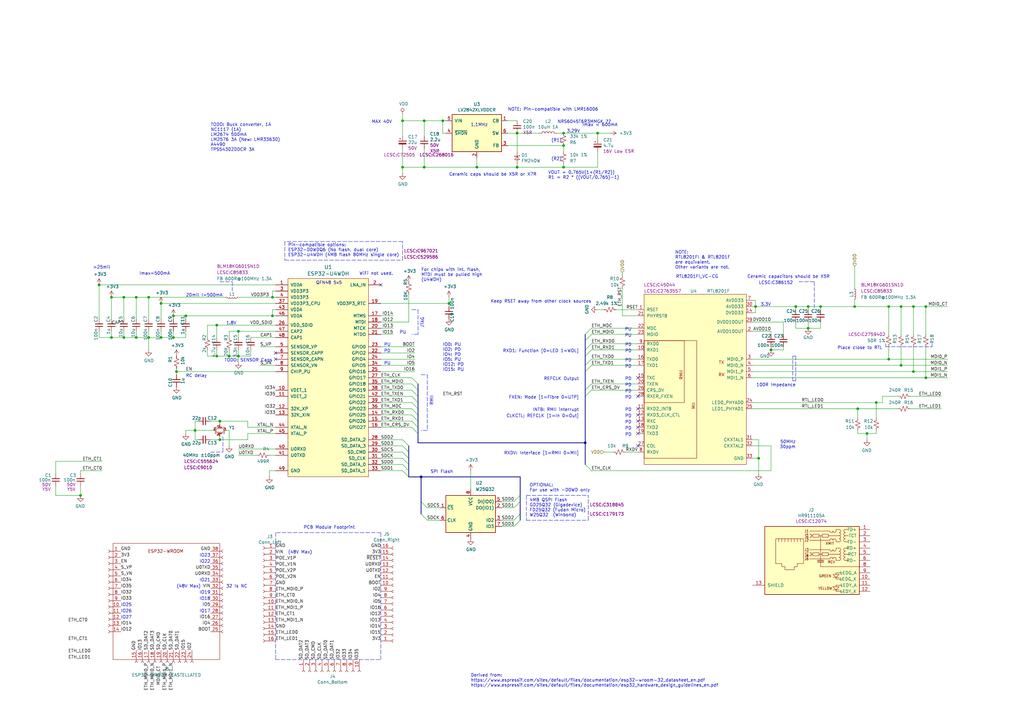
<source format=kicad_sch>
(kicad_sch (version 20211123) (generator eeschema)
  (paper "A3")
  (title_block (title "ESP32 LAN Module") (rev "1") (company "ViscTronics"))
  (lib_symbols
    (symbol "Connector:Conn_01x10_Female" (pin_names (offset 1.016) hide)
      (property "Reference" "J" (at 0 12.7 0))
      (property "Value" "Conn_01x10_Female" (at 0 -15.24 0))
      (symbol "Conn_01x10_Female_1_1"
        (pin passive line (at -5.08 10.16 0) (length 3.81) (name "Pin_1") (number "1"))
        (pin passive line (at -5.08 -12.7 0) (length 3.81) (name "Pin_10") (number "10"))
        (pin passive line (at -5.08 7.62 0) (length 3.81) (name "Pin_2") (number "2"))
        (pin passive line (at -5.08 5.08 0) (length 3.81) (name "Pin_3") (number "3"))
        (pin passive line (at -5.08 2.54 0) (length 3.81) (name "Pin_4") (number "4"))
        (pin passive line (at -5.08 0 0) (length 3.81) (name "Pin_5") (number "5"))
        (pin passive line (at -5.08 -2.54 0) (length 3.81) (name "Pin_6") (number "6"))
        (pin passive line (at -5.08 -5.08 0) (length 3.81) (name "Pin_7") (number "7"))
        (pin passive line (at -5.08 -7.62 0) (length 3.81) (name "Pin_8") (number "8"))
        (pin passive line (at -5.08 -10.16 0) (length 3.81) (name "Pin_9") (number "9"))
      )
    )
    (symbol "Connector:Conn_01x16_Female" (pin_names (offset 1.016) hide)
      (property "Reference" "J" (at 0 20.32 0))
      (property "Value" "Conn_01x16_Female" (at 0 -22.86 0))
      (symbol "Conn_01x16_Female_1_1"
        (pin passive line (at -5.08 17.78 0) (length 3.81) (name "Pin_1") (number "1"))
        (pin passive line (at -5.08 -5.08 0) (length 3.81) (name "Pin_10") (number "10"))
        (pin passive line (at -5.08 -7.62 0) (length 3.81) (name "Pin_11") (number "11"))
        (pin passive line (at -5.08 -10.16 0) (length 3.81) (name "Pin_12") (number "12"))
        (pin passive line (at -5.08 -12.7 0) (length 3.81) (name "Pin_13") (number "13"))
        (pin passive line (at -5.08 -15.24 0) (length 3.81) (name "Pin_14") (number "14"))
        (pin passive line (at -5.08 -17.78 0) (length 3.81) (name "Pin_15") (number "15"))
        (pin passive line (at -5.08 -20.32 0) (length 3.81) (name "Pin_16") (number "16"))
        (pin passive line (at -5.08 15.24 0) (length 3.81) (name "Pin_2") (number "2"))
        (pin passive line (at -5.08 12.7 0) (length 3.81) (name "Pin_3") (number "3"))
        (pin passive line (at -5.08 10.16 0) (length 3.81) (name "Pin_4") (number "4"))
        (pin passive line (at -5.08 7.62 0) (length 3.81) (name "Pin_5") (number "5"))
        (pin passive line (at -5.08 5.08 0) (length 3.81) (name "Pin_6") (number "6"))
        (pin passive line (at -5.08 2.54 0) (length 3.81) (name "Pin_7") (number "7"))
        (pin passive line (at -5.08 0 0) (length 3.81) (name "Pin_8") (number "8"))
        (pin passive line (at -5.08 -2.54 0) (length 3.81) (name "Pin_9") (number "9"))
      )
    )
    (symbol "EspGateway-rescue:CP_Small-device-EspGateway-rescue" (pin_numbers hide) (pin_names (offset 0.254) hide)
      (property "Reference" "C" (at 0.254 1.778 0))
      (property "Value" "CP_Small-device-EspGateway-rescue" (at 0.254 -2.032 0))
      (symbol "CP_Small-device-EspGateway-rescue_1_1"
        (pin passive line (at 0 2.54 270) (length 1.8542) (name "~") (number "1"))
        (pin passive line (at 0 -2.54 90) (length 1.8542) (name "~") (number "2"))
      )
    )
    (symbol "EspGateway-rescue:C_Small-device-EspGateway-rescue" (pin_numbers hide) (pin_names (offset 0.254) hide)
      (property "Reference" "C" (at 0.254 1.778 0))
      (property "Value" "C_Small-device-EspGateway-rescue" (at 0.254 -2.032 0))
      (symbol "C_Small-device-EspGateway-rescue_1_1"
        (pin passive line (at 0 2.54 270) (length 2.032) (name "~") (number "1"))
        (pin passive line (at 0 -2.54 90) (length 2.032) (name "~") (number "2"))
      )
    )
    (symbol "EspGateway-rescue:Conn_01x06-conn-EspGateway-rescue" (pin_names (offset 1.016) hide)
      (property "Reference" "J" (at 0 7.62 0))
      (property "Value" "Conn_01x06-conn-EspGateway-rescue" (at 0 -10.16 0))
      (symbol "Conn_01x06-conn-EspGateway-rescue_1_1"
        (pin passive line (at -5.08 5.08 0) (length 3.81) (name "Pin_1") (number "1"))
        (pin passive line (at -5.08 2.54 0) (length 3.81) (name "Pin_2") (number "2"))
        (pin passive line (at -5.08 0 0) (length 3.81) (name "Pin_3") (number "3"))
        (pin passive line (at -5.08 -2.54 0) (length 3.81) (name "Pin_4") (number "4"))
        (pin passive line (at -5.08 -5.08 0) (length 3.81) (name "Pin_5") (number "5"))
        (pin passive line (at -5.08 -7.62 0) (length 3.81) (name "Pin_6") (number "6"))
      )
    )
    (symbol "EspGateway-rescue:Crystal_GND24_Small-device-EspGateway-rescue" (pin_names (offset 1.016) hide)
      (property "Reference" "Y" (at 1.27 4.445 0))
      (property "Value" "Crystal_GND24_Small-device-EspGateway-rescue" (at 1.27 2.54 0))
      (symbol "Crystal_GND24_Small-device-EspGateway-rescue_1_1"
        (pin passive line (at -2.54 0 0) (length 1.27) (name "1") (number "1"))
        (pin passive line (at 0 -2.54 90) (length 0.635) (name "2") (number "2"))
        (pin passive line (at 2.54 0 180) (length 1.27) (name "3") (number "3"))
        (pin passive line (at 0 2.54 270) (length 0.635) (name "4") (number "4"))
      )
    )
    (symbol "EspGateway-rescue:D_Schottky_Small-device-EspGateway-rescue" (pin_numbers hide) (pin_names (offset 0.254) hide)
      (property "Reference" "D" (at -1.27 2.032 0))
      (property "Value" "D_Schottky_Small-device-EspGateway-rescue" (at -7.112 -2.032 0))
      (symbol "D_Schottky_Small-device-EspGateway-rescue_1_1"
        (pin passive line (at -2.54 0 0) (length 1.778) (name "K") (number "1"))
        (pin passive line (at 2.54 0 180) (length 1.778) (name "A") (number "2"))
      )
    )
    (symbol "EspGateway-rescue:ESP32-ESP32-EspGateway-rescue" (pin_names (offset 1.016))
      (property "Reference" "U" (at -15.24 43.18 0))
      (property "Value" "ESP32-ESP32-EspGateway-rescue" (at 12.7 43.18 0))
      (symbol "ESP32-ESP32-EspGateway-rescue_1_1"
        (pin power_in line (at -21.59 39.37 0) (length 5.08) (name "VDDA") (number "1"))
        (pin input line (at -21.59 -3.81 0) (length 5.08) (name "VDET_1") (number "10"))
        (pin input line (at -21.59 -6.35 0) (length 5.08) (name "VDET_2") (number "11"))
        (pin bidirectional line (at -21.59 -11.43 0) (length 5.08) (name "32K_XP") (number "12"))
        (pin bidirectional line (at -21.59 -13.97 0) (length 5.08) (name "32K_XIN") (number "13"))
        (pin bidirectional line (at 21.59 -13.97 180) (length 5.08) (name "GPIO25") (number "14"))
        (pin bidirectional line (at 21.59 -16.51 180) (length 5.08) (name "GPIO26") (number "15"))
        (pin bidirectional line (at 21.59 -19.05 180) (length 5.08) (name "GPIO27") (number "16"))
        (pin bidirectional line (at 21.59 26.67 180) (length 5.08) (name "MTMS") (number "17"))
        (pin bidirectional line (at 21.59 24.13 180) (length 5.08) (name "MTDI") (number "18"))
        (pin power_in line (at 21.59 31.75 180) (length 5.08) (name "VDD3P3_RTC") (number "19"))
        (pin input line (at 21.59 39.37 180) (length 5.08) (name "LNA_IN") (number "2"))
        (pin bidirectional line (at 21.59 21.59 180) (length 5.08) (name "MTCK") (number "20"))
        (pin bidirectional line (at 21.59 19.05 180) (length 5.08) (name "MTDO") (number "21"))
        (pin bidirectional line (at 21.59 11.43 180) (length 5.08) (name "GPIO2") (number "22"))
        (pin bidirectional line (at 21.59 13.97 180) (length 5.08) (name "GPIO0") (number "23"))
        (pin bidirectional line (at 21.59 8.89 180) (length 5.08) (name "GPIO4") (number "24"))
        (pin bidirectional line (at 21.59 3.81 180) (length 5.08) (name "GPIO16") (number "25"))
        (pin power_in line (at -21.59 22.86 0) (length 5.08) (name "VDD_SDIO") (number "26"))
        (pin bidirectional line (at 21.59 1.27 180) (length 5.08) (name "GPIO17") (number "27"))
        (pin bidirectional line (at 21.59 -24.13 180) (length 5.08) (name "SD_DATA_2") (number "28"))
        (pin bidirectional line (at 21.59 -26.67 180) (length 5.08) (name "SD_DATA_3") (number "29"))
        (pin power_in line (at -21.59 36.83 0) (length 5.08) (name "VDD3P3") (number "3"))
        (pin bidirectional line (at 21.59 -29.21 180) (length 5.08) (name "SD_CMD") (number "30"))
        (pin bidirectional line (at 21.59 -31.75 180) (length 5.08) (name "SD_CLK") (number "31"))
        (pin bidirectional line (at 21.59 -34.29 180) (length 5.08) (name "SD_DATA_0") (number "32"))
        (pin bidirectional line (at 21.59 -36.83 180) (length 5.08) (name "SD_DATA_1") (number "33"))
        (pin bidirectional line (at 21.59 6.35 180) (length 5.08) (name "GPIO5") (number "34"))
        (pin bidirectional line (at 21.59 -1.27 180) (length 5.08) (name "GPIO18") (number "35"))
        (pin bidirectional line (at 21.59 -11.43 180) (length 5.08) (name "GPIO23") (number "36"))
        (pin power_in line (at -21.59 31.75 0) (length 5.08) (name "VDD3P3_CPU") (number "37"))
        (pin bidirectional line (at 21.59 -3.81 180) (length 5.08) (name "GPIO19") (number "38"))
        (pin bidirectional line (at 21.59 -8.89 180) (length 5.08) (name "GPIO22") (number "39"))
        (pin input line (at -21.59 34.29 0) (length 5.08) (name "VDD3P3") (number "4"))
        (pin bidirectional line (at -21.59 -27.94 0) (length 5.08) (name "U0RXD") (number "40"))
        (pin bidirectional line (at -21.59 -30.48 0) (length 5.08) (name "U0TXD") (number "41"))
        (pin bidirectional line (at 21.59 -6.35 180) (length 5.08) (name "GPIO21") (number "42"))
        (pin power_in line (at -21.59 29.21 0) (length 5.08) (name "VDDA") (number "43"))
        (pin bidirectional line (at -21.59 -19.05 0) (length 5.08) (name "XTAL_N") (number "44"))
        (pin bidirectional line (at -21.59 -21.59 0) (length 5.08) (name "XTAL_P") (number "45"))
        (pin power_in line (at -21.59 26.67 0) (length 5.08) (name "VDDA") (number "46"))
        (pin passive line (at -21.59 20.32 0) (length 5.08) (name "CAP2") (number "47"))
        (pin passive line (at -21.59 17.78 0) (length 5.08) (name "CAP1") (number "48"))
        (pin power_in line (at -21.59 -36.83 0) (length 5.08) (name "GND") (number "49"))
        (pin input line (at -21.59 13.97 0) (length 5.08) (name "SENSOR_VP") (number "5"))
        (pin input line (at -21.59 11.43 0) (length 5.08) (name "SENSOR_CAPP") (number "6"))
        (pin input line (at -21.59 8.89 0) (length 5.08) (name "SENSOR_CAPN") (number "7"))
        (pin input line (at -21.59 6.35 0) (length 5.08) (name "SENSOR_VN") (number "8"))
        (pin input line (at -21.59 3.81 0) (length 5.08) (name "CHIP_PU") (number "9"))
      )
    )
    (symbol "EspGateway-rescue:HR911105A-visclib-EspGateway-rescue" (pin_names (offset 1.016))
      (property "Reference" "J?" (at 15.24 16.51 0))
      (property "Value" "HR911105A-visclib-EspGateway-rescue" (at 11.43 13.97 0))
      (symbol "HR911105A-visclib-EspGateway-rescue_1_1"
        (text "GREEN" (at -6.985 -7.62 0) (effects (font (size 1.016 1.016))))
        (text "J1" (at 0.635 10.795 0) (effects (font (size 1.016 1.016))))
        (text "J2" (at 0.635 6.985 0) (effects (font (size 1.016 1.016))))
        (text "J3" (at 0.635 3.175 0) (effects (font (size 1.016 1.016))))
        (text "J4" (at 0.635 8.89 0) (effects (font (size 0.889 0.889)) (justify bottom)))
        (text "J5" (at 0.635 8.255 0) (effects (font (size 0.889 0.889))))
        (text "J6" (at 0.635 -0.635 0) (effects (font (size 1.016 1.016))))
        (text "J7" (at 0.635 1.27 0) (effects (font (size 0.889 0.889)) (justify bottom)))
        (text "J8" (at 0.635 0.635 0) (effects (font (size 0.889 0.889))))
        (text "RCV" (at -9.525 -1.905 0) (effects (font (size 1.016 1.016))))
        (text "XMIT" (at -8.89 5.715 0) (effects (font (size 1.016 1.016))))
        (text "YELLOW" (at -6.985 -12.7 0) (effects (font (size 1.016 1.016))))
        (pin passive line (at -25.4 11.43 0) (length 4.445) (name "TD+") (number "1"))
        (pin passive line (at -25.4 -8.89 0) (length 4.445) (name "LEDG_K") (number "10"))
        (pin passive line (at -25.4 -11.43 0) (length 4.445) (name "LEDY_A") (number "11"))
        (pin passive line (at -25.4 -13.97 0) (length 4.445) (name "LEDY_K") (number "12"))
        (pin passive line (at 22.86 -11.43 180) (length 5.08) (name "SHIELD") (number "13"))
        (pin passive line (at -25.4 8.89 0) (length 4.445) (name "TCT") (number "2"))
        (pin passive line (at -25.4 6.35 0) (length 4.445) (name "TD-") (number "3"))
        (pin passive line (at -25.4 3.81 0) (length 4.445) (name "RD+") (number "4"))
        (pin passive line (at -25.4 1.27 0) (length 4.445) (name "RCT") (number "5"))
        (pin passive line (at -25.4 -1.27 0) (length 4.445) (name "RD-") (number "6"))
        (pin passive line (at -25.4 -3.81 0) (length 4.445) (name "~") (number "8"))
        (pin passive line (at -25.4 -6.35 0) (length 4.445) (name "LEDG_A") (number "9"))
      )
    )
    (symbol "EspGateway-rescue:L-device-EspGateway-rescue" (pin_numbers hide) (pin_names (offset 1.016) hide)
      (property "Reference" "L" (at -1.27 0 90))
      (property "Value" "L-device-EspGateway-rescue" (at 1.905 0 90))
      (symbol "L-device-EspGateway-rescue_1_1"
        (pin passive line (at 0 3.81 270) (length 1.27) (name "1") (number "1"))
        (pin passive line (at 0 -3.81 90) (length 1.27) (name "2") (number "2"))
      )
    )
    (symbol "EspGateway-rescue:LV2841-visclib-EspGateway-rescue" (pin_names (offset 1.016))
      (property "Reference" "U" (at 0 12.7 0))
      (property "Value" "LV2841-visclib-EspGateway-rescue" (at 0 10.16 0))
      (symbol "LV2841-visclib-EspGateway-rescue_1_1"
        (pin input line (at 12.7 5.08 180) (length 2.54) (name "CB") (number "1"))
        (pin power_in line (at 0 -10.16 90) (length 2.54) (name "GND") (number "2"))
        (pin input line (at 12.7 -5.08 180) (length 2.54) (name "FB") (number "3"))
        (pin input line (at -12.7 0 0) (length 2.54) (name "~{SHDN}") (number "4"))
        (pin power_in line (at -12.7 5.08 0) (length 2.54) (name "VIN") (number "5"))
        (pin output line (at 12.7 0 180) (length 2.54) (name "SW") (number "6"))
      )
    )
    (symbol "EspGateway-rescue:L_Small-device-EspGateway-rescue" (pin_numbers hide) (pin_names (offset 0.254) hide)
      (property "Reference" "L" (at 0.762 1.016 0))
      (property "Value" "L_Small-device-EspGateway-rescue" (at 0.762 -1.016 0))
      (symbol "L_Small-device-EspGateway-rescue_1_1"
        (pin passive line (at 0 2.54 270) (length 0.508) (name "~") (number "1"))
        (pin passive line (at 0 -2.54 90) (length 0.508) (name "~") (number "2"))
      )
    )
    (symbol "EspGateway-rescue:RTL8201F-visclib-EspGateway-rescue" (pin_names (offset 1.016))
      (property "Reference" "U" (at -1.27 20.32 0))
      (property "Value" "RTL8201F-visclib-EspGateway-rescue" (at 2.54 17.78 0))
      (symbol "RTL8201F-visclib-EspGateway-rescue_0_0"
        (text "MII" (at 3.81 -29.21 900) (effects (font (size 1.27 1.27))))
        (text "RMII" (at 8.89 -16.51 900) (effects (font (size 1.27 1.27))))
        (text "RX" (at -7.62 -16.51 0) (effects (font (size 1.27 1.27))))
        (text "TX" (at -7.62 -11.43 0) (effects (font (size 1.27 1.27))))
        (pin unspecified line (at 26.67 10.16 180) (length 2.54) (name "RSET") (number "1"))
        (pin unspecified line (at 26.67 -6.35 180) (length 2.54) (name "RXD1") (number "10"))
        (pin unspecified line (at 26.67 -30.48 180) (length 2.54) (name "RXD2_INTB") (number "11"))
        (pin unspecified line (at 26.67 -33.02 180) (length 2.54) (name "RXD3_CLK_CTL") (number "12"))
        (pin unspecified line (at 26.67 -35.56 180) (length 2.54) (name "RXC") (number "13"))
        (pin power_in line (at -20.32 8.89 0) (length 2.54) (name "DVDD33") (number "14"))
        (pin unspecified line (at 26.67 -17.78 180) (length 2.54) (name "TXC") (number "15"))
        (pin unspecified line (at 26.67 -10.16 180) (length 2.54) (name "TXD0") (number "16"))
        (pin unspecified line (at 26.67 -12.7 180) (length 2.54) (name "TXD1") (number "17"))
        (pin unspecified line (at 26.67 -38.1 180) (length 2.54) (name "TXD2") (number "18"))
        (pin unspecified line (at 26.67 -40.64 180) (length 2.54) (name "TXD3") (number "19"))
        (pin power_out line (at -20.32 1.27 0) (length 2.54) (name "AVDD10OUT") (number "2"))
        (pin unspecified line (at 26.67 -20.32 180) (length 2.54) (name "TXEN") (number "20"))
        (pin unspecified line (at 26.67 7.62 180) (length 2.54) (name "PHYRSTB") (number "21"))
        (pin unspecified line (at 26.67 2.54 180) (length 2.54) (name "MDC") (number "22"))
        (pin unspecified line (at 26.67 0 180) (length 2.54) (name "MDIO") (number "23"))
        (pin unspecified line (at -20.32 -27.94 0) (length 2.54) (name "LED0_PHYAD0") (number "24"))
        (pin unspecified line (at -20.32 -30.48 0) (length 2.54) (name "LED1_PHYAD1") (number "25"))
        (pin unspecified line (at 26.67 -22.86 180) (length 2.54) (name "CRS_DV") (number "26"))
        (pin unspecified line (at 26.67 -45.72 180) (length 2.54) (name "COL") (number "27"))
        (pin unspecified line (at 26.67 -25.4 180) (length 2.54) (name "RXER_FXEN") (number "28"))
        (pin power_out line (at -20.32 5.08 0) (length 2.54) (name "DVDD10OUT") (number "29"))
        (pin unspecified line (at -20.32 -10.16 0) (length 2.54) (name "MDI0_P") (number "3"))
        (pin power_in line (at -20.32 11.43 0) (length 2.54) (name "AVDD33") (number "30"))
        (pin unspecified line (at -20.32 -43.18 0) (length 2.54) (name "CKXTAL1") (number "31"))
        (pin unspecified line (at -20.32 -45.72 0) (length 2.54) (name "CKXTAL2") (number "32"))
        (pin passive line (at -20.32 -50.8 0) (length 2.54) (name "GND") (number "33"))
        (pin unspecified line (at -20.32 -12.7 0) (length 2.54) (name "MDI0_N") (number "4"))
        (pin unspecified line (at -20.32 -15.24 0) (length 2.54) (name "MDI1_P") (number "5"))
        (pin unspecified line (at -20.32 -17.78 0) (length 2.54) (name "MDI1_N") (number "6"))
        (pin power_in line (at -20.32 13.97 0) (length 2.54) (name "AVDD33") (number "7"))
        (pin unspecified line (at 26.67 -48.26 180) (length 2.54) (name "RXDV") (number "8"))
        (pin unspecified line (at 26.67 -3.81 180) (length 2.54) (name "RXD0") (number "9"))
      )
    )
    (symbol "EspGateway-rescue:R_Small_US-device-EspGateway-rescue" (pin_numbers hide) (pin_names (offset 0.254) hide)
      (property "Reference" "R" (at 0.762 0.508 0))
      (property "Value" "R_Small_US-device-EspGateway-rescue" (at 0.762 -1.016 0))
      (symbol "R_Small_US-device-EspGateway-rescue_1_1"
        (pin passive line (at 0 2.54 270) (length 1.016) (name "~") (number "1"))
        (pin passive line (at 0 -2.54 90) (length 1.016) (name "~") (number "2"))
      )
    )
    (symbol "EspGateway-rescue:V_IN-visclib-EspGateway-rescue" (power) (pin_names (offset 0))
      (property "Value" "V_IN-visclib-EspGateway-rescue" (at 0 3.81 0))
      (symbol "V_IN-visclib-EspGateway-rescue_1_1"
        (pin power_in line (at 0 0 90) (length 0) hide (name "VDD") (number "1"))
      )
    )
    (symbol "Memory_Flash:W25Q32JVSS"
      (property "Reference" "U" (at -8.89 8.89 0))
      (property "Value" "W25Q32JVSS" (at 7.62 8.89 0))
      (symbol "W25Q32JVSS_1_1"
        (pin input line (at -12.7 2.54 0) (length 2.54) (name "~{CS}") (number "1"))
        (pin bidirectional line (at 12.7 2.54 180) (length 2.54) (name "DO(IO1)") (number "2"))
        (pin bidirectional line (at 12.7 -2.54 180) (length 2.54) (name "IO2") (number "3"))
        (pin power_in line (at 0 -10.16 90) (length 2.54) (name "GND") (number "4"))
        (pin bidirectional line (at 12.7 5.08 180) (length 2.54) (name "DI(IO0)") (number "5"))
        (pin input line (at -12.7 -2.54 0) (length 2.54) (name "CLK") (number "6"))
        (pin bidirectional line (at 12.7 -5.08 180) (length 2.54) (name "IO3") (number "7"))
        (pin power_in line (at 0 10.16 270) (length 2.54) (name "VCC") (number "8"))
      )
    )
    (symbol "Visclib:ESP32-WROOM-CASTELLATED"
      (property "Reference" "J" (at 0 6.985 0))
      (property "Value" "ESP32-WROOM-CASTELLATED" (at 1.27 4.445 0))
      (symbol "ESP32-WROOM-CASTELLATED_0_0"
        (text "ESP32-WROOM" (at 0 0 0) (effects (font (size 1.27 1.27))))
      )
      (symbol "ESP32-WROOM-CASTELLATED_1_1"
        (pin passive line (at -18.415 0 180) (length 3.81) (name "") (number "1"))
        (pin passive line (at -18.415 -22.86 180) (length 3.81) (name "") (number "10"))
        (pin passive line (at -18.415 -25.4 180) (length 3.81) (name "") (number "11"))
        (pin passive line (at -18.415 -27.94 180) (length 3.81) (name "") (number "12"))
        (pin passive line (at -18.415 -30.48 180) (length 3.81) (name "") (number "13"))
        (pin passive line (at -18.415 -33.02 180) (length 3.81) (name "") (number "14"))
        (pin passive line (at -12.065 -40.64 270) (length 3.81) (name "") (number "15"))
        (pin passive line (at -9.525 -40.64 270) (length 3.81) (name "") (number "16"))
        (pin passive line (at -6.985 -40.64 270) (length 3.81) (name "") (number "17"))
        (pin passive line (at -4.445 -40.64 270) (length 3.81) (name "") (number "18"))
        (pin passive line (at -1.905 -40.64 270) (length 3.81) (name "") (number "19"))
        (pin passive line (at -18.415 -2.54 180) (length 3.81) (name "") (number "2"))
        (pin passive line (at 0.635 -40.64 270) (length 3.81) (name "") (number "20"))
        (pin passive line (at 3.175 -40.64 270) (length 3.81) (name "") (number "21"))
        (pin passive line (at 5.715 -40.64 270) (length 3.81) (name "") (number "22"))
        (pin passive line (at 8.255 -40.64 270) (length 3.81) (name "") (number "23"))
        (pin passive line (at 10.795 -40.64 270) (length 3.81) (name "") (number "24"))
        (pin passive line (at 18.415 -33.02 0) (length 3.81) (name "") (number "25"))
        (pin passive line (at 18.415 -30.48 0) (length 3.81) (name "") (number "26"))
        (pin passive line (at 18.415 -27.94 0) (length 3.81) (name "") (number "27"))
        (pin passive line (at 18.415 -25.4 0) (length 3.81) (name "") (number "28"))
        (pin passive line (at 18.415 -22.86 0) (length 3.81) (name "") (number "29"))
        (pin passive line (at -18.415 -5.08 180) (length 3.81) (name "") (number "3"))
        (pin passive line (at 18.415 -20.32 0) (length 3.81) (name "") (number "30"))
        (pin passive line (at 18.415 -17.78 0) (length 3.81) (name "") (number "31"))
        (pin passive line (at 18.415 -15.24 0) (length 3.81) (name "") (number "32"))
        (pin passive line (at 18.415 -12.7 0) (length 3.81) (name "") (number "33"))
        (pin passive line (at 18.415 -10.16 0) (length 3.81) (name "") (number "34"))
        (pin passive line (at 18.415 -7.62 0) (length 3.81) (name "") (number "35"))
        (pin passive line (at 18.415 -5.08 0) (length 3.81) (name "") (number "36"))
        (pin passive line (at 18.415 -2.54 0) (length 3.81) (name "") (number "37"))
        (pin passive line (at 18.415 0 0) (length 3.81) (name "") (number "38"))
        (pin passive line (at -18.415 -7.62 180) (length 3.81) (name "") (number "4"))
        (pin passive line (at -18.415 -10.16 180) (length 3.81) (name "") (number "5"))
        (pin passive line (at -18.415 -12.7 180) (length 3.81) (name "") (number "6"))
        (pin passive line (at -18.415 -15.24 180) (length 3.81) (name "") (number "7"))
        (pin passive line (at -18.415 -17.78 180) (length 3.81) (name "") (number "8"))
        (pin passive line (at -18.415 -20.32 180) (length 3.81) (name "") (number "9"))
      )
    )
    (symbol "power:+3.3V" (power) (pin_names (offset 0))
      (property "Value" "+3.3V" (at 0 3.556 0))
      (symbol "+3.3V_1_1"
        (pin power_in line (at 0 0 90) (length 0) hide (name "+3V3") (number "1"))
      )
    )
    (symbol "power:GND" (power) (pin_names (offset 0))
      (property "Value" "GND" (at 0 -3.81 0))
      (symbol "GND_1_1"
        (pin power_in line (at 0 0 270) (length 0) hide (name "GND") (number "1"))
      )
    )
  )
  (junction (at 60.96 138.43))
  (junction (at 369.57 125.73))
  (junction (at 231.14 59.69))
  (junction (at 245.11 54.61))
  (junction (at 240.03 181.61))
  (junction (at 71.12 129.54))
  (junction (at 374.65 125.73))
  (junction (at 351.79 167.64))
  (junction (at 45.72 121.92))
  (junction (at 331.47 134.62))
  (junction (at 111.76 129.54))
  (junction (at 76.2 129.54))
  (junction (at 212.09 68.58))
  (junction (at 165.1 68.58))
  (junction (at 66.04 138.43))
  (junction (at 66.04 124.46))
  (junction (at 311.15 187.96))
  (junction (at 60.96 121.92))
  (junction (at 93.98 146.05))
  (junction (at 374.65 152.4))
  (junction (at 379.73 125.73))
  (junction (at 331.47 125.73))
  (junction (at 97.79 146.05))
  (junction (at 231.14 68.58))
  (junction (at 173.99 68.58))
  (junction (at 80.01 176.53))
  (junction (at 55.88 121.92))
  (junction (at 336.55 125.73))
  (junction (at 33.02 203.2))
  (junction (at 173.99 49.53))
  (junction (at 309.88 125.73))
  (junction (at 184.15 124.46))
  (junction (at 316.23 143.51))
  (junction (at 88.9 133.35))
  (junction (at 50.8 121.92))
  (junction (at 45.72 138.43))
  (junction (at 40.64 116.84))
  (junction (at 355.6 177.8))
  (junction (at 359.41 165.1))
  (junction (at 231.14 54.61))
  (junction (at 364.49 147.32))
  (junction (at 88.9 146.05))
  (junction (at 369.57 149.86))
  (junction (at 97.79 135.89))
  (junction (at 55.88 138.43))
  (junction (at 111.76 121.92))
  (junction (at 350.52 125.73))
  (junction (at 195.58 68.58))
  (junction (at 72.39 152.4))
  (junction (at 90.17 180.34))
  (junction (at 379.73 154.94))
  (junction (at 212.09 54.61))
  (junction (at 181.61 49.53))
  (junction (at 90.17 172.72))
  (junction (at 364.49 125.73))
  (junction (at 50.8 138.43))
  (junction (at 326.39 125.73))
  (junction (at 165.1 49.53))
  (junction (at 172.72 195.58))
  (junction (at 71.12 138.43))
  (no_connect (at 113.03 144.78))
  (no_connect (at 261.62 170.18))
  (no_connect (at 261.62 177.8))
  (no_connect (at 261.62 175.26))
  (no_connect (at 261.62 167.64))
  (no_connect (at 261.62 162.56))
  (no_connect (at 261.62 172.72))
  (no_connect (at 113.03 147.32))
  (no_connect (at 261.62 154.94))
  (no_connect (at 261.62 182.88))
  (no_connect (at 156.21 116.84))
  (bus_entry (at 165.1 193.04) (size 2.54 2.54))
  (bus_entry (at 165.1 190.5) (size 2.54 2.54))
  (bus_entry (at 165.1 180.34) (size 2.54 2.54))
  (bus_entry (at 165.1 182.88) (size 2.54 2.54))
  (bus_entry (at 165.1 185.42) (size 2.54 2.54))
  (bus_entry (at 165.1 187.96) (size 2.54 2.54))
  (bus_entry (at 240.03 162.56) (size 2.54 -2.54))
  (bus_entry (at 168.91 175.26) (size 2.54 2.54))
  (bus_entry (at 240.03 146.05) (size 2.54 -2.54))
  (bus_entry (at 240.03 152.4) (size 2.54 -2.54))
  (bus_entry (at 240.03 149.86) (size 2.54 -2.54))
  (bus_entry (at 240.03 143.51) (size 2.54 -2.54))
  (bus_entry (at 168.91 154.94) (size 2.54 2.54))
  (bus_entry (at 210.82 213.36) (size 2.54 -2.54))
  (bus_entry (at 210.82 215.9) (size 2.54 -2.54))
  (bus_entry (at 210.82 208.28) (size 2.54 -2.54))
  (bus_entry (at 210.82 205.74) (size 2.54 -2.54))
  (bus_entry (at 175.26 213.36) (size -2.54 -2.54))
  (bus_entry (at 175.26 208.28) (size -2.54 -2.54))
  (bus_entry (at 168.91 172.72) (size 2.54 2.54))
  (bus_entry (at 168.91 167.64) (size 2.54 2.54))
  (bus_entry (at 168.91 170.18) (size 2.54 2.54))
  (bus_entry (at 168.91 162.56) (size 2.54 2.54))
  (bus_entry (at 240.03 137.16) (size 2.54 -2.54))
  (bus_entry (at 240.03 160.02) (size 2.54 -2.54))
  (bus_entry (at 168.91 160.02) (size 2.54 2.54))
  (bus_entry (at 168.91 157.48) (size 2.54 2.54))
  (bus_entry (at 168.91 165.1) (size 2.54 2.54))
  (bus_entry (at 240.03 190.5) (size 2.54 2.54))
  (bus_entry (at 240.03 139.7) (size 2.54 -2.54))
  (wire (pts (xy 168.91 172.72) (xy 156.21 172.72)))
  (wire (pts (xy 173.99 49.53) (xy 165.1 49.53)))
  (wire (pts (xy 261.62 147.32) (xy 242.57 147.32)))
  (wire (pts (xy 321.31 142.24) (xy 321.31 143.51)))
  (polyline (pts (xy 116.84 106.68) (xy 165.1 106.68)))
  (bus (pts (xy 171.45 172.72) (xy 171.45 175.26)))
  (wire (pts (xy 245.11 127) (xy 247.65 127)))
  (wire (pts (xy 165.1 60.96) (xy 165.1 68.58)))
  (wire (pts (xy 255.27 118.11) (xy 255.27 129.54)))
  (wire (pts (xy 326.39 134.62) (xy 326.39 132.08)))
  (wire (pts (xy 97.79 146.05) (xy 93.98 146.05)))
  (wire (pts (xy 336.55 134.62) (xy 331.47 134.62)))
  (wire (pts (xy 173.99 60.96) (xy 173.99 68.58)))
  (wire (pts (xy 205.74 205.74) (xy 210.82 205.74)))
  (wire (pts (xy 76.2 138.43) (xy 76.2 135.89)))
  (polyline (pts (xy 327.66 115.57) (xy 334.01 115.57)))
  (wire (pts (xy 41.91 189.23) (xy 22.86 189.23)))
  (wire (pts (xy 71.12 129.54) (xy 76.2 129.54)))
  (wire (pts (xy 156.21 147.32) (xy 170.18 147.32)))
  (wire (pts (xy 40.64 135.89) (xy 40.64 138.43)))
  (wire (pts (xy 33.02 193.04) (xy 41.91 193.04)))
  (wire (pts (xy 308.61 182.88) (xy 316.23 182.88)))
  (wire (pts (xy 45.72 138.43) (xy 50.8 138.43)))
  (wire (pts (xy 309.88 125.73) (xy 309.88 128.27)))
  (wire (pts (xy 156.21 134.62) (xy 161.29 134.62)))
  (bus (pts (xy 240.03 137.16) (xy 240.03 139.7)))
  (wire (pts (xy 255.27 111.76) (xy 255.27 113.03)))
  (bus (pts (xy 171.45 170.18) (xy 171.45 172.72)))
  (wire (pts (xy 88.9 133.35) (xy 113.03 133.35)))
  (wire (pts (xy 85.09 146.05) (xy 88.9 146.05)))
  (wire (pts (xy 71.12 130.81) (xy 71.12 129.54)))
  (wire (pts (xy 309.88 123.19) (xy 309.88 125.73)))
  (bus (pts (xy 213.36 205.74) (xy 213.36 210.82)))
  (polyline (pts (xy 168.91 127) (xy 171.45 127)))
  (wire (pts (xy 45.72 135.89) (xy 45.72 138.43)))
  (wire (pts (xy 175.26 208.28) (xy 180.34 208.28)))
  (wire (pts (xy 40.64 116.84) (xy 113.03 116.84)))
  (wire (pts (xy 231.14 67.31) (xy 231.14 68.58)))
  (wire (pts (xy 90.17 172.72) (xy 101.6 172.72)))
  (wire (pts (xy 368.3 162.56) (xy 361.95 162.56)))
  (wire (pts (xy 66.04 138.43) (xy 71.12 138.43)))
  (wire (pts (xy -80.01 203.2) (xy -83.82 203.2)))
  (wire (pts (xy 90.17 180.34) (xy 86.36 180.34)))
  (wire (pts (xy 93.98 143.51) (xy 93.98 146.05)))
  (polyline (pts (xy 86.36 185.42) (xy 91.44 185.42)))
  (wire (pts (xy 212.09 67.31) (xy 212.09 68.58)))
  (wire (pts (xy 351.79 171.45) (xy 351.79 167.64)))
  (wire (pts (xy 165.1 49.53) (xy 165.1 55.88)))
  (wire (pts (xy 242.57 134.62) (xy 261.62 134.62)))
  (wire (pts (xy 364.49 137.16) (xy 364.49 125.73)))
  (wire (pts (xy 90.17 179.07) (xy 90.17 180.34)))
  (wire (pts (xy -83.82 205.74) (xy -77.47 205.74)))
  (bus (pts (xy 240.03 181.61) (xy 240.03 190.5)))
  (wire (pts (xy 261.62 143.51) (xy 242.57 143.51)))
  (wire (pts (xy 208.28 59.69) (xy 231.14 59.69)))
  (wire (pts (xy 361.95 165.1) (xy 361.95 162.56)))
  (polyline (pts (xy 363.22 142.24) (xy 382.27 142.24)))
  (polyline (pts (xy 175.26 176.53) (xy 172.72 176.53)))
  (wire (pts (xy 156.21 185.42) (xy 165.1 185.42)))
  (bus (pts (xy 167.64 190.5) (xy 167.64 193.04)))
  (wire (pts (xy 76.2 177.8) (xy 76.2 176.53)))
  (wire (pts (xy -77.47 215.9) (xy -83.82 215.9)))
  (wire (pts (xy 111.76 119.38) (xy 111.76 121.92)))
  (polyline (pts (xy 334.01 115.57) (xy 334.01 127)))
  (wire (pts (xy 364.49 147.32) (xy 388.62 147.32)))
  (wire (pts (xy 60.96 121.92) (xy 60.96 130.81)))
  (wire (pts (xy 55.88 135.89) (xy 55.88 138.43)))
  (wire (pts (xy 250.19 54.61) (xy 245.11 54.61)))
  (polyline (pts (xy 215.9 213.36) (xy 241.3 213.36)))
  (wire (pts (xy 212.09 68.58) (xy 231.14 68.58)))
  (wire (pts (xy 379.73 125.73) (xy 388.62 125.73)))
  (wire (pts (xy 374.65 152.4) (xy 308.61 152.4)))
  (wire (pts (xy 331.47 127) (xy 331.47 125.73)))
  (wire (pts (xy -74.93 218.44) (xy -74.93 210.82)))
  (wire (pts (xy 72.39 152.4) (xy 72.39 151.13)))
  (wire (pts (xy 374.65 125.73) (xy 379.73 125.73)))
  (wire (pts (xy -74.93 210.82) (xy -83.82 210.82)))
  (polyline (pts (xy 175.26 153.67) (xy 175.26 176.53)))
  (wire (pts (xy 373.38 162.56) (xy 386.08 162.56)))
  (wire (pts (xy 369.57 149.86) (xy 308.61 149.86)))
  (wire (pts (xy 86.36 172.72) (xy 90.17 172.72)))
  (wire (pts (xy 71.12 135.89) (xy 71.12 138.43)))
  (wire (pts (xy 156.21 180.34) (xy 165.1 180.34)))
  (wire (pts (xy 156.21 149.86) (xy 170.18 149.86)))
  (bus (pts (xy 171.45 162.56) (xy 171.45 165.1)))
  (wire (pts (xy 168.91 162.56) (xy 156.21 162.56)))
  (wire (pts (xy 379.73 142.24) (xy 379.73 154.94)))
  (wire (pts (xy 336.55 125.73) (xy 331.47 125.73)))
  (wire (pts (xy 242.57 140.97) (xy 261.62 140.97)))
  (wire (pts (xy 212.09 54.61) (xy 220.98 54.61)))
  (wire (pts (xy 212.09 49.53) (xy 208.28 49.53)))
  (wire (pts (xy 359.41 171.45) (xy 359.41 165.1)))
  (wire (pts (xy 355.6 177.8) (xy 351.79 177.8)))
  (wire (pts (xy 76.2 176.53) (xy 80.01 176.53)))
  (wire (pts (xy 110.49 195.58) (xy 110.49 193.04)))
  (wire (pts (xy 85.09 143.51) (xy 85.09 146.05)))
  (wire (pts (xy 80.01 176.53) (xy 80.01 172.72)))
  (wire (pts (xy 93.98 176.53) (xy 92.71 176.53)))
  (wire (pts (xy 50.8 121.92) (xy 55.88 121.92)))
  (wire (pts (xy 81.28 180.34) (xy 80.01 180.34)))
  (wire (pts (xy 106.68 149.86) (xy 113.03 149.86)))
  (wire (pts (xy 181.61 54.61) (xy 181.61 49.53)))
  (bus (pts (xy 172.72 195.58) (xy 213.36 195.58)))
  (wire (pts (xy 101.6 172.72) (xy 101.6 175.26)))
  (bus (pts (xy 167.64 185.42) (xy 167.64 187.96)))
  (wire (pts (xy 316.23 182.88) (xy 316.23 193.04)))
  (wire (pts (xy 33.02 203.2) (xy 22.86 203.2)))
  (wire (pts (xy 106.68 142.24) (xy 113.03 142.24)))
  (wire (pts (xy 181.61 54.61) (xy 182.88 54.61)))
  (wire (pts (xy 308.61 123.19) (xy 309.88 123.19)))
  (polyline (pts (xy 156.21 270.51) (xy 156.21 218.44)))
  (wire (pts (xy 80.01 180.34) (xy 80.01 176.53)))
  (wire (pts (xy 113.03 177.8) (xy 101.6 177.8)))
  (bus (pts (xy 171.45 167.64) (xy 171.45 170.18)))
  (wire (pts (xy 101.6 180.34) (xy 90.17 180.34)))
  (polyline (pts (xy 171.45 127) (xy 171.45 137.16)))
  (polyline (pts (xy 363.22 140.97) (xy 363.22 142.24)))
  (wire (pts (xy 379.73 125.73) (xy 379.73 137.16)))
  (wire (pts (xy 331.47 134.62) (xy 326.39 134.62)))
  (wire (pts (xy 311.15 194.31) (xy 311.15 187.96)))
  (wire (pts (xy 88.9 133.35) (xy 88.9 138.43)))
  (wire (pts (xy 85.09 138.43) (xy 85.09 133.35)))
  (wire (pts (xy 331.47 125.73) (xy 326.39 125.73)))
  (wire (pts (xy 50.8 135.89) (xy 50.8 138.43)))
  (wire (pts (xy 156.21 193.04) (xy 165.1 193.04)))
  (wire (pts (xy 97.79 121.92) (xy 111.76 121.92)))
  (polyline (pts (xy 325.12 156.21) (xy 325.12 146.05)))
  (wire (pts (xy 113.03 152.4) (xy 72.39 152.4)))
  (wire (pts (xy 261.62 137.16) (xy 242.57 137.16)))
  (bus (pts (xy 171.45 160.02) (xy 171.45 162.56)))
  (bus (pts (xy 240.03 160.02) (xy 240.03 162.56)))
  (wire (pts (xy 105.41 186.69) (xy 97.79 186.69)))
  (wire (pts (xy 50.8 138.43) (xy 55.88 138.43)))
  (wire (pts (xy 88.9 146.05) (xy 88.9 143.51)))
  (wire (pts (xy 252.73 127) (xy 261.62 127)))
  (bus (pts (xy 240.03 152.4) (xy 240.03 160.02)))
  (wire (pts (xy 156.21 142.24) (xy 170.18 142.24)))
  (wire (pts (xy 228.6 54.61) (xy 231.14 54.61)))
  (wire (pts (xy 111.76 129.54) (xy 111.76 127)))
  (wire (pts (xy 55.88 130.81) (xy 55.88 121.92)))
  (wire (pts (xy 245.11 62.23) (xy 245.11 68.58)))
  (polyline (pts (xy 241.3 213.36) (xy 241.3 203.2)))
  (wire (pts (xy 184.15 121.92) (xy 184.15 124.46)))
  (wire (pts (xy -80.01 201.93) (xy -80.01 203.2)))
  (wire (pts (xy 326.39 127) (xy 326.39 125.73)))
  (wire (pts (xy 60.96 138.43) (xy 66.04 138.43)))
  (wire (pts (xy 22.86 189.23) (xy 22.86 194.31)))
  (wire (pts (xy 195.58 68.58) (xy 195.58 64.77)))
  (wire (pts (xy 173.99 55.88) (xy 173.99 49.53)))
  (wire (pts (xy 40.64 130.81) (xy 40.64 116.84)))
  (bus (pts (xy 172.72 195.58) (xy 172.72 205.74)))
  (wire (pts (xy 350.52 109.22) (xy 350.52 118.11)))
  (wire (pts (xy 167.64 132.08) (xy 156.21 132.08)))
  (wire (pts (xy 369.57 137.16) (xy 369.57 125.73)))
  (wire (pts (xy 373.38 167.64) (xy 386.08 167.64)))
  (polyline (pts (xy 382.27 140.97) (xy 382.27 142.24)))
  (wire (pts (xy 359.41 177.8) (xy 359.41 176.53)))
  (wire (pts (xy 66.04 130.81) (xy 66.04 124.46)))
  (wire (pts (xy 193.04 193.04) (xy 193.04 200.66)))
  (wire (pts (xy 231.14 59.69) (xy 231.14 62.23)))
  (bus (pts (xy 213.36 203.2) (xy 213.36 205.74)))
  (wire (pts (xy 156.21 175.26) (xy 168.91 175.26)))
  (wire (pts (xy 40.64 138.43) (xy 45.72 138.43)))
  (wire (pts (xy 369.57 125.73) (xy 374.65 125.73)))
  (wire (pts (xy 102.87 138.43) (xy 113.03 138.43)))
  (bus (pts (xy 240.03 146.05) (xy 240.03 149.86)))
  (wire (pts (xy 184.15 125.73) (xy 184.15 124.46)))
  (bus (pts (xy 240.03 149.86) (xy 240.03 152.4)))
  (wire (pts (xy 156.21 129.54) (xy 161.29 129.54)))
  (wire (pts (xy 76.2 129.54) (xy 111.76 129.54)))
  (wire (pts (xy 156.21 124.46) (xy 184.15 124.46)))
  (wire (pts (xy 156.21 154.94) (xy 168.91 154.94)))
  (wire (pts (xy 168.91 167.64) (xy 156.21 167.64)))
  (wire (pts (xy 369.57 142.24) (xy 369.57 149.86)))
  (wire (pts (xy 208.28 54.61) (xy 212.09 54.61)))
  (wire (pts (xy 205.74 213.36) (xy 210.82 213.36)))
  (wire (pts (xy 316.23 143.51) (xy 316.23 142.24)))
  (wire (pts (xy 359.41 165.1) (xy 308.61 165.1)))
  (wire (pts (xy 242.57 193.04) (xy 316.23 193.04)))
  (bus (pts (xy 213.36 210.82) (xy 213.36 213.36)))
  (wire (pts (xy 247.65 185.42) (xy 251.46 185.42)))
  (polyline (pts (xy 326.39 156.21) (xy 325.12 156.21)))
  (polyline (pts (xy 91.44 179.07) (xy 91.44 185.42)))
  (wire (pts (xy 102.87 143.51) (xy 102.87 146.05)))
  (wire (pts (xy 156.21 190.5) (xy 165.1 190.5)))
  (wire (pts (xy 156.21 137.16) (xy 161.29 137.16)))
  (bus (pts (xy 171.45 165.1) (xy 171.45 167.64)))
  (wire (pts (xy 308.61 180.34) (xy 311.15 180.34)))
  (polyline (pts (xy 165.1 99.06) (xy 116.84 99.06)))
  (wire (pts (xy 50.8 130.81) (xy 50.8 121.92)))
  (wire (pts (xy 93.98 182.88) (xy 93.98 176.53)))
  (wire (pts (xy 101.6 177.8) (xy 101.6 180.34)))
  (wire (pts (xy 351.79 167.64) (xy 368.3 167.64)))
  (wire (pts (xy 309.88 128.27) (xy 308.61 128.27)))
  (wire (pts (xy 87.63 176.53) (xy 80.01 176.53)))
  (wire (pts (xy 311.15 187.96) (xy 308.61 187.96)))
  (wire (pts (xy 364.49 125.73) (xy 369.57 125.73)))
  (wire (pts (xy 33.02 199.39) (xy 33.02 203.2)))
  (wire (pts (xy 308.61 132.08) (xy 321.31 132.08)))
  (wire (pts (xy 45.72 130.81) (xy 45.72 121.92)))
  (polyline (pts (xy 171.45 137.16) (xy 168.91 137.16)))
  (polyline (pts (xy 90.17 115.57) (xy 95.25 115.57)))
  (bus (pts (xy 172.72 205.74) (xy 172.72 210.82)))
  (wire (pts (xy 336.55 127) (xy 336.55 125.73)))
  (polyline (pts (xy 156.21 218.44) (xy 113.03 218.44)))
  (bus (pts (xy 171.45 157.48) (xy 171.45 160.02)))
  (wire (pts (xy 326.39 125.73) (xy 309.88 125.73)))
  (wire (pts (xy 66.04 135.89) (xy 66.04 138.43)))
  (wire (pts (xy 261.62 157.48) (xy 242.57 157.48)))
  (bus (pts (xy 240.03 143.51) (xy 240.03 146.05)))
  (wire (pts (xy 255.27 129.54) (xy 261.62 129.54)))
  (wire (pts (xy 156.21 187.96) (xy 165.1 187.96)))
  (bus (pts (xy 240.03 162.56) (xy 240.03 181.61)))
  (wire (pts (xy 308.61 154.94) (xy 379.73 154.94)))
  (wire (pts (xy 156.21 170.18) (xy 168.91 170.18)))
  (wire (pts (xy 101.6 175.26) (xy 113.03 175.26)))
  (wire (pts (xy 374.65 152.4) (xy 388.62 152.4)))
  (wire (pts (xy 97.79 135.89) (xy 97.79 138.43)))
  (polyline (pts (xy 215.9 203.2) (xy 241.3 203.2)))
  (polyline (pts (xy 325.12 146.05) (xy 326.39 146.05)))
  (wire (pts (xy 165.1 49.53) (xy 165.1 46.99)))
  (wire (pts (xy 165.1 68.58) (xy 173.99 68.58)))
  (wire (pts (xy 351.79 177.8) (xy 351.79 176.53)))
  (wire (pts (xy 351.79 167.64) (xy 308.61 167.64)))
  (wire (pts (xy 379.73 154.94) (xy 388.62 154.94)))
  (wire (pts (xy 374.65 142.24) (xy 374.65 152.4)))
  (wire (pts (xy 355.6 180.34) (xy 355.6 177.8)))
  (bus (pts (xy 171.45 181.61) (xy 240.03 181.61)))
  (wire (pts (xy 156.21 152.4) (xy 170.18 152.4)))
  (wire (pts (xy 97.79 184.15) (xy 113.03 184.15)))
  (wire (pts (xy 113.03 129.54) (xy 111.76 129.54)))
  (wire (pts (xy 71.12 138.43) (xy 76.2 138.43)))
  (wire (pts (xy 350.52 123.19) (xy 350.52 125.73)))
  (polyline (pts (xy 95.25 115.57) (xy 95.25 119.38)))
  (polyline (pts (xy 165.1 106.68) (xy 165.1 99.06)))
  (wire (pts (xy 316.23 137.16) (xy 316.23 135.89)))
  (wire (pts (xy 110.49 186.69) (xy 113.03 186.69)))
  (wire (pts (xy 242.57 160.02) (xy 261.62 160.02)))
  (wire (pts (xy 66.04 124.46) (xy 113.03 124.46)))
  (polyline (pts (xy 215.9 203.2) (xy 215.9 213.36)))
  (wire (pts (xy 111.76 121.92) (xy 113.03 121.92)))
  (bus (pts (xy 167.64 182.88) (xy 167.64 185.42)))
  (wire (pts (xy 369.57 149.86) (xy 388.62 149.86)))
  (wire (pts (xy 85.09 133.35) (xy 88.9 133.35)))
  (wire (pts (xy 90.17 172.72) (xy 90.17 173.99)))
  (wire (pts (xy 364.49 147.32) (xy 308.61 147.32)))
  (wire (pts (xy 308.61 125.73) (xy 309.88 125.73)))
  (wire (pts (xy 93.98 135.89) (xy 97.79 135.89)))
  (wire (pts (xy 93.98 146.05) (xy 88.9 146.05)))
  (wire (pts (xy 350.52 125.73) (xy 364.49 125.73)))
  (wire (pts (xy 175.26 213.36) (xy 180.34 213.36)))
  (wire (pts (xy 97.79 148.59) (xy 97.79 146.05)))
  (wire (pts (xy 331.47 132.08) (xy 331.47 134.62)))
  (wire (pts (xy 80.01 172.72) (xy 81.28 172.72)))
  (wire (pts (xy 364.49 142.24) (xy 364.49 147.32)))
  (wire (pts (xy 156.21 165.1) (xy 168.91 165.1)))
  (bus (pts (xy 213.36 195.58) (xy 213.36 203.2)))
  (wire (pts (xy 359.41 165.1) (xy 361.95 165.1)))
  (wire (pts (xy 181.61 49.53) (xy 182.88 49.53)))
  (polyline (pts (xy 113.03 218.44) (xy 113.03 270.51)))
  (bus (pts (xy 171.45 177.8) (xy 171.45 181.61)))
  (wire (pts (xy 242.57 149.86) (xy 261.62 149.86)))
  (wire (pts (xy 245.11 57.15) (xy 245.11 54.61)))
  (wire (pts (xy 55.88 121.92) (xy 60.96 121.92)))
  (bus (pts (xy 167.64 195.58) (xy 172.72 195.58)))
  (wire (pts (xy 92.71 121.92) (xy 60.96 121.92)))
  (wire (pts (xy 60.96 143.51) (xy 60.96 138.43)))
  (wire (pts (xy 205.74 208.28) (xy 210.82 208.28)))
  (bus (pts (xy 167.64 193.04) (xy 167.64 195.58)))
  (wire (pts (xy 212.09 68.58) (xy 195.58 68.58)))
  (wire (pts (xy 311.15 180.34) (xy 311.15 187.96)))
  (wire (pts (xy 321.31 132.08) (xy 321.31 137.16)))
  (wire (pts (xy 72.39 153.67) (xy 72.39 152.4)))
  (wire (pts (xy 22.86 203.2) (xy 22.86 199.39)))
  (wire (pts (xy 316.23 135.89) (xy 308.61 135.89)))
  (wire (pts (xy 336.55 125.73) (xy 350.52 125.73)))
  (wire (pts (xy 165.1 71.12) (xy 165.1 68.58)))
  (bus (pts (xy 167.64 187.96) (xy 167.64 190.5)))
  (wire (pts (xy 173.99 49.53) (xy 181.61 49.53)))
  (wire (pts (xy 205.74 215.9) (xy 210.82 215.9)))
  (wire (pts (xy 111.76 127) (xy 113.03 127)))
  (wire (pts (xy 156.21 144.78) (xy 170.18 144.78)))
  (wire (pts (xy 231.14 54.61) (xy 245.11 54.61)))
  (wire (pts (xy 76.2 130.81) (xy 76.2 129.54)))
  (wire (pts (xy 173.99 68.58) (xy 195.58 68.58)))
  (wire (pts (xy 321.31 143.51) (xy 316.23 143.51)))
  (wire (pts (xy 156.21 182.88) (xy 165.1 182.88)))
  (wire (pts (xy -77.47 208.28) (xy -83.82 208.28)))
  (wire (pts (xy 110.49 193.04) (xy 113.03 193.04)))
  (polyline (pts (xy 172.72 153.67) (xy 175.26 153.67)))
  (wire (pts (xy 156.21 160.02) (xy 168.91 160.02)))
  (wire (pts (xy 45.72 121.92) (xy 50.8 121.92)))
  (wire (pts (xy 256.54 185.42) (xy 261.62 185.42)))
  (wire (pts (xy 374.65 137.16) (xy 374.65 125.73)))
  (wire (pts (xy 167.64 120.65) (xy 167.64 132.08)))
  (wire (pts (xy 102.87 146.05) (xy 97.79 146.05)))
  (polyline (pts (xy 113.03 270.51) (xy 156.21 270.51)))
  (wire (pts (xy 168.91 157.48) (xy 156.21 157.48)))
  (wire (pts (xy 33.02 194.31) (xy 33.02 193.04)))
  (wire (pts (xy 231.14 68.58) (xy 245.11 68.58)))
  (wire (pts (xy -83.82 213.36) (xy -77.47 213.36)))
  (polyline (pts (xy 326.39 146.05) (xy 326.39 156.21)))
  (wire (pts (xy 97.79 146.05) (xy 97.79 143.51)))
  (wire (pts (xy 336.55 132.08) (xy 336.55 134.62)))
  (wire (pts (xy 113.03 119.38) (xy 111.76 119.38)))
  (wire (pts (xy 113.03 135.89) (xy 97.79 135.89)))
  (wire (pts (xy 212.09 62.23) (xy 212.09 54.61)))
  (polyline (pts (xy 116.84 99.06) (xy 116.84 106.68)))
  (wire (pts (xy 55.88 138.43) (xy 60.96 138.43)))
  (bus (pts (xy 171.45 175.26) (xy 171.45 177.8)))
  (wire (pts (xy 93.98 138.43) (xy 93.98 135.89)))
  (bus (pts (xy 240.03 139.7) (xy 240.03 143.51)))
  (wire (pts (xy 60.96 135.89) (xy 60.96 138.43)))
  (wire (pts (xy 355.6 177.8) (xy 359.41 177.8)))
  (text "IO17" (at 86.36 251.46 180) (effects (font (size 1.27 1.27)) (justify right bottom)))
  (text "1.8V" (at 92.71 133.35 0) (effects (font (size 1.27 1.27)) (justify left bottom)))
  (text "TODO: SENSOR Caps" (at 111.76 148.59 180) (effects (font (size 1.27 1.27)) (justify right bottom)))
  (text "IO0: PU\nIO2: PD\nIO4: PD\nIO5: PU\nIO12: PD\nIO15: PU" (at 181.61 152.4 0) (effects (font (size 1.27 1.27)) (justify left bottom)))
  (text "IO23" (at 86.36 228.6 180) (effects (font (size 1.27 1.27)) (justify right bottom)))
  (text "QFN48 5x5" (at 129.54 116.84 0) (effects (font (size 1.27 1.27)) (justify left bottom)))
  (text "PU" (at 157.48 142.24 0) (effects (font (size 1.27 1.27)) (justify left bottom)))
  (text "1.1MHz" (at 193.04 52.07 0) (effects (font (size 1.27 1.27)) (justify left bottom)))
  (text "50MHz\n30ppm" (at 326.39 184.15 180) (effects (font (size 1.27 1.27)) (justify right bottom)))
  (text "PU" (at 259.08 138.43 180) (effects (font (size 1.27 1.27)) (justify right bottom)))
  (text "IO18" (at 86.36 246.38 180) (effects (font (size 1.27 1.27)) (justify right bottom)))
  (text "PD" (at 259.08 173.99 180) (effects (font (size 1.27 1.27)) (justify right bottom)))
  (text "Keep RSET away from other clock sources" (at 242.57 124.46 180) (effects (font (size 1.27 1.27)) (justify right bottom)))
  (text "PD" (at 259.08 163.83 180) (effects (font (size 1.27 1.27)) (justify right bottom)))
  (text "PD" (at 259.08 156.21 180) (effects (font (size 1.27 1.27)) (justify right bottom)))
  (text "Derived from:\nhttps://www.espressif.com/sites/default/files/documentation/esp32-wroom-32_datasheet_en.pdf\nhttps://www.espressif.com/sites/default/files/documentation/esp32_hardware_design_guidelines_en.pdf" (at 193.04 281.94 0) (effects (font (size 1.27 1.27)) (justify left bottom)))
  (text "I=500mA" (at 82.55 121.92 0) (effects (font (size 1.27 1.27)) (justify left bottom)))
  (text "IO26" (at 49.53 251.46 0) (effects (font (size 1.27 1.27)) (justify left bottom)))
  (text "OPTIONAL:\nFor use with -D0WD only\n\n4MB QSPI Flash\nGD25Q32 (Gigadevice)\nFD25Q32 (Fudan Micro)\nW25Q32  (Winbond)" (at 217.17 212.09 0) (effects (font (size 1.27 1.27)) (justify left bottom)))
  (text "PD" (at 157.48 144.78 0) (effects (font (size 1.27 1.27)) (justify left bottom)))
  (text "PD" (at 259.08 171.45 180) (effects (font (size 1.27 1.27)) (justify right bottom)))
  (text "PD" (at 259.08 168.91 180) (effects (font (size 1.27 1.27)) (justify right bottom)))
  (text "PD" (at 259.08 142.24 180) (effects (font (size 1.27 1.27)) (justify right bottom)))
  (text "IO19" (at 86.36 243.84 180) (effects (font (size 1.27 1.27)) (justify right bottom)))
  (text "PU" (at 157.48 149.86 0) (effects (font (size 1.27 1.27)) (justify left bottom)))
  (text "TODO: Buck converter, 1A\nNC1117 (1A)\nLM2674 500mA\nLM2576 3A (New: LMR33630)\nA4490\nTPS54302DDCR 3A" (at 86.36 62.23 0) (effects (font (size 1.27 1.27)) (justify left bottom)))
  (text ">25mil" (at 38.1 110.49 0) (effects (font (size 1.27 1.27)) (justify left bottom)))
  (text "NRS6045T6R3MMGK ??" (at 228.6 50.8 0) (effects (font (size 1.27 1.27)) (justify left bottom)))
  (text "MAX 40V" (at 152.4 50.8 0) (effects (font (size 1.27 1.27)) (justify left bottom)))
  (text "(48V Max)" (at 118.11 227.33 0) (effects (font (size 1.27 1.27)) (justify left bottom)))
  (text "(48V Max)" (at 72.39 241.3 0) (effects (font (size 1.27 1.27)) (justify left bottom)))
  (text "WiFi not used." (at 147.32 113.03 0) (effects (font (size 1.27 1.27)) (justify left bottom)))
  (text "PD" (at 259.08 148.59 180) (effects (font (size 1.27 1.27)) (justify right bottom)))
  (text "VOUT = 0.765V(1+(R1/R2))\nR1 = R2 * ((VOUT/0.765)-1)" (at 224.79 73.66 0) (effects (font (size 1.27 1.27)) (justify left bottom)))
  (text "(R1)" (at 226.06 58.42 0) (effects (font (size 1.27 1.27)) (justify left bottom)))
  (text "20mil" (at 76.2 121.92 0) (effects (font (size 1.27 1.27)) (justify left bottom)))
  (text "Imax = 600mA" (at 238.76 52.07 0) (effects (font (size 1.27 1.27)) (justify left bottom)))
  (text "32 is NC" (at 92.71 241.3 0) (effects (font (size 1.27 1.27)) (justify left bottom)))
  (text "PD" (at 259.08 161.29 180) (effects (font (size 1.27 1.27)) (justify right bottom)))
  (text "LCSC:C386152" (at 311.15 116.84 0) (effects (font (size 1.27 1.27)) (justify left bottom)))
  (text "PoE: HY931147C" (at -107.95 279.4 0) (effects (font (size 1.27 1.27)) (justify left bottom)))
  (text "Ceramic caps should be X5R or X7R" (at 184.15 72.39 0) (effects (font (size 1.27 1.27)) (justify left bottom)))
  (text "Compatible:\nHR913550A/AE\nHR911105A\nRJLBC-060TC1\nLPJ4013EDNL" (at -92.71 243.84 0) (effects (font (size 1.27 1.27)) (justify right bottom)))
  (text "3.3V" (at 316.23 125.73 180) (effects (font (size 1.27 1.27)) (justify right bottom)))
  (text "Pin-compatible options:\nESP32-D0WDQ6 (No flash, dual core)\nESP32-U4WDH (4MB flash 80MHz single core)" (at 118.11 105.41 0) (effects (font (size 1.27 1.27)) (justify left bottom)))
  (text "Ceramic capacitors should be X5R" (at 340.36 114.3 180) (effects (font (size 1.27 1.27)) (justify right bottom)))
  (text "PCB Module Footprint" (at 124.46 217.17 0) (effects (font (size 1.27 1.27)) (justify left bottom)))
  (text "PD" (at 259.08 151.13 180) (effects (font (size 1.27 1.27)) (justify right bottom)))
  (text "RC delay" (at 76.2 154.94 0) (effects (font (size 1.27 1.27)) (justify left bottom)))
  (text "PD" (at 259.08 179.07 180) (effects (font (size 1.27 1.27)) (justify right bottom)))
  (text "PD" (at 259.08 158.75 180) (effects (font (size 1.27 1.27)) (justify right bottom)))
  (text "RXD1: Function [0=LED 1=WOL]" (at 237.49 144.78 180) (effects (font (size 1.27 1.27)) (justify right bottom)))
  (text "IO27" (at 49.53 254 0) (effects (font (size 1.27 1.27)) (justify left bottom)))
  (text "NOTE: Pin-compatible with LMR16006" (at 208.28 45.72 0) (effects (font (size 1.27 1.27)) (justify left bottom)))
  (text "INTB: RMII interrupt" (at 237.49 168.91 180) (effects (font (size 1.27 1.27)) (justify right bottom)))
  (text "JTAG" (at 173.99 134.62 90) (effects (font (size 1.27 1.27)) (justify left bottom)))
  (text "NOTE:\nRTL8201FI & RTL8201F \nare equivalent.\nOther variants are not." (at 276.86 110.49 0) (effects (font (size 1.27 1.27)) (justify left bottom)))
  (text "IO25" (at 49.53 248.92 0) (effects (font (size 1.27 1.27)) (justify left bottom)))
  (text "RTL8201FI_VC-CG" (at 294.64 114.3 180) (effects (font (size 1.27 1.27)) (justify right bottom)))
  (text "SPI Flash" (at 176.53 194.31 0) (effects (font (size 1.27 1.27)) (justify left bottom)))
  (text "PU" (at 163.83 137.16 0) (effects (font (size 1.27 1.27)) (justify left bottom)))
  (text "Imax=500mA" (at 57.15 113.03 0) (effects (font (size 1.27 1.27)) (justify left bottom)))
  (text "PD" (at 259.08 176.53 180) (effects (font (size 1.27 1.27)) (justify right bottom)))
  (text "IO22" (at 86.36 231.14 180) (effects (font (size 1.27 1.27)) (justify right bottom)))
  (text "RXDV: Interface [1=RMII 0=MII]" (at 237.49 186.69 180) (effects (font (size 1.27 1.27)) (justify right bottom)))
  (text "PD" (at 259.08 144.78 180) (effects (font (size 1.27 1.27)) (justify right bottom)))
  (text "For chips with int. flash,\nMTDI must be pulled high\n(U4WDH)" (at 172.72 115.57 0) (effects (font (size 1.27 1.27)) (justify left bottom)))
  (text "REFCLK Output" (at 237.49 156.21 180) (effects (font (size 1.27 1.27)) (justify right bottom)))
  (text "100R Impedance" (at 326.39 158.75 180) (effects (font (size 1.27 1.27)) (justify right bottom)))
  (text "3.29V" (at 232.41 54.61 0) (effects (font (size 1.27 1.27)) (justify left bottom)))
  (text "PU" (at 259.08 135.89 180) (effects (font (size 1.27 1.27)) (justify right bottom)))
  (text "(R2)" (at 226.06 66.04 0) (effects (font (size 1.27 1.27)) (justify left bottom)))
  (text "IO21" (at 86.36 238.76 180) (effects (font (size 1.27 1.27)) (justify right bottom)))
  (text "RMII" (at 177.8 166.37 90) (effects (font (size 1.27 1.27)) (justify left bottom)))
  (text "CLKCTL: REFCLK [1=In 0=Out]" (at 237.49 171.45 180) (effects (font (size 1.27 1.27)) (justify right bottom)))
  (text "FXEN: Mode [1=Fibre 0=UTP]" (at 237.49 163.83 180) (effects (font (size 1.27 1.27)) (justify right bottom)))
  (text "Place close to RTL" (at 361.95 143.51 180) (effects (font (size 1.27 1.27)) (justify right bottom)))
  (label "RXDV" (at 261.62 185.42 180))
  (label "ETH_MDI0_N" (at 63.5 283.21 90))
  (label "SDD3" (at 156.21 182.88 0))
  (label "S_VN" (at 106.68 149.86 0))
  (label "POE_V2P" (at 113.03 234.95 0))
  (label "ETH_CRS_DV" (at 242.57 160.02 0))
  (label "ETH_MDC" (at 242.57 134.62 0))
  (label "SDD2" (at 156.21 180.34 0))
  (label "IO33" (at 113.03 170.18 180))
  (label "IO15" (at 76.2 266.7 90))
  (label "ETH_RXD1" (at 242.57 143.51 0))
  (label "ETH_MDIO" (at 156.21 157.48 0))
  (label "POE_V1N" (at 113.03 232.41 0))
  (label "IO12" (at 156.21 252.73 180))
  (label "DVDD10" (at 316.23 132.08 180))
  (label "S_VP" (at 106.68 142.24 0))
  (label "SDD3" (at 205.74 215.9 0))
  (label "MDI0_P" (at 388.62 147.32 180))
  (label "GND" (at 156.21 224.79 180))
  (label "S_VN" (at 49.53 236.22 0))
  (label "MDI1_N" (at 388.62 154.94 180))
  (label "SD_CMD" (at 66.04 266.7 90))
  (label "IO34" (at 113.03 160.02 180))
  (label "U0TXD" (at -77.47 205.74 180))
  (label "SD_DAT0" (at 71.12 266.7 90))
  (label "ETH_CT0" (at 41.91 193.04 180))
  (label "IO13" (at 161.29 134.62 180))
  (label "3V3" (at 156.21 262.89 180))
  (label "IO35" (at 147.32 270.51 90))
  (label "ETH_LED1" (at 27.94 270.51 0))
  (label "SD_DAT1" (at 73.66 266.7 90))
  (label "U0RXD" (at 156.21 232.41 180))
  (label "~{RESET}" (at 156.21 229.87 180))
  (label "EN" (at 156.21 237.49 180))
  (label "IO12" (at 161.29 132.08 180))
  (label "RTL_LED0" (at 337.82 165.1 180))
  (label "U0RXD" (at 86.36 236.22 180))
  (label "SDD0" (at 156.21 190.5 0))
  (label "IO33" (at 142.24 270.51 90))
  (label "ETH_TXEN" (at 156.21 162.56 0))
  (label "ETH_RXD0" (at 242.57 140.97 0))
  (label "SDCS" (at 180.34 208.28 180))
  (label "ETH_TXD0" (at 242.57 147.32 0))
  (label "IO32" (at 49.53 243.84 0))
  (label "RTL_LED1" (at 337.82 167.64 180))
  (label "ETH_LED0" (at 27.94 267.97 0))
  (label "MDI0_N" (at 388.62 149.86 180))
  (label "S_VP" (at 49.53 233.68 0))
  (label "IO14" (at 161.29 129.54 180))
  (label "ETH_TXD1" (at 242.57 149.86 0))
  (label "MDI0_CT" (at 388.62 125.73 180))
  (label "GND" (at 113.03 224.79 0))
  (label "IO13" (at 156.21 255.27 180))
  (label "SDD2" (at 205.74 213.36 0))
  (label "IO33" (at 49.53 246.38 0))
  (label "ETH_MDIO" (at 242.57 137.16 0))
  (label "IO4" (at 170.18 147.32 180))
  (label "ETH_CT0" (at 113.03 245.11 0))
  (label "SDCK" (at 180.34 213.36 180))
  (label "3V3" (at 49.53 228.6 0))
  (label "SDD0" (at 205.74 205.74 0))
  (label "XTAL_P" (at 105.41 177.8 0))
  (label "IO13" (at 58.42 266.7 90))
  (label "EN" (at -77.47 213.36 180))
  (label "IO15" (at 156.21 260.35 180))
  (label "IO16" (at 170.18 152.4 180))
  (label "SDCS" (at 156.21 185.42 0))
  (label "IO2" (at 156.21 242.57 180))
  (label "IO4" (at 156.21 245.11 180))
  (label "SD_DAT3" (at 63.5 266.7 90))
  (label "ETH_LED0" (at 386.08 162.56 180))
  (label "U0TXD" (at 97.79 186.69 0))
  (label "3V3" (at 156.21 227.33 180))
  (label "GND" (at 86.36 226.06 180))
  (label "IO34" (at 49.53 238.76 0))
  (label "IO14" (at 156.21 257.81 180))
  (label "IO32" (at 139.7 270.51 90))
  (label "BOOT" (at 170.18 142.24 180))
  (label "ETH_LED1" (at 113.03 262.89 0))
  (label "SD_CLK" (at 68.58 266.7 90))
  (label "XTAL_N" (at 105.41 175.26 0))
  (label "U0RXD" (at -77.47 208.28 180))
  (label "GND" (at 49.53 226.06 0))
  (label "ETH_MDI1_P" (at 68.58 283.21 90))
  (label "SD_DAT3" (at 127 270.51 90))
  (label "ETH_MDI1_N" (at 113.03 255.27 0))
  (label "VDD_SDIO" (at 111.76 133.35 180))
  (label "IO2" (at 170.18 144.78 180))
  (label "EN" (at 49.53 231.14 0))
  (label "SDCK" (at 156.21 187.96 0))
  (label "SD_DAT0" (at 134.62 270.51 90))
  (label "SDD1" (at 205.74 208.28 0))
  (label "SD_DAT2" (at 60.96 266.7 90))
  (label "ETH_TXD0" (at 156.21 160.02 0))
  (label "VDD3P3" (at 102.87 121.92 0))
  (label "ETH_CT0" (at 27.94 255.27 0))
  (label "MDI1_P" (at 388.62 152.4 180))
  (label "ETH_RST" (at 255.27 125.73 90))
  (label "SDD1" (at 156.21 193.04 0))
  (label "GND" (at 55.88 266.7 90))
  (label "SD_DAT2" (at 124.46 270.51 90))
  (label "ETH_CT1" (at 27.94 262.89 0))
  (label "CAP2" (at 50.8 133.35 180))
  (label "ETH_MDI0_N" (at 113.03 247.65 0))
  (label "IO14" (at 49.53 256.54 0))
  (label "ETH_MDC" (at 156.21 167.64 0))
  (label "IO5" (at 156.21 247.65 180))
  (label "SD_CLK" (at 132.08 270.51 90))
  (label "ETH_LED0" (at 113.03 260.35 0))
  (label "IO35" (at 49.53 241.3 0))
  (label "IO34" (at 144.78 270.51 90))
  (label "U0RXD" (at 97.79 184.15 0))
  (label "BOOT" (at 86.36 259.08 180))
  (label "ETH_MDI1_P" (at 113.03 250.19 0))
  (label "ETH_CLK" (at 156.21 154.94 0))
  (label "IO5" (at 170.18 149.86 180))
  (label "ETH_TXEN" (at 242.57 157.48 0))
  (label "MDI0_CT" (at 66.04 273.05 270))
  (label "AVDD10" (at 316.23 135.89 180))
  (label "EN" (at 76.2 152.4 0))
  (label "IO12" (at 49.53 259.08 0))
  (label "ETH_LED1" (at 386.08 167.64 180))
  (label "CAP1" (at 111.76 138.43 180))
  (label "IO2" (at 78.74 266.7 90))
  (label "ETH_TXD1" (at 156.21 165.1 0))
  (label "RSET" (at 261.62 127 180))
  (label "U0TXD" (at 86.36 233.68 180))
  (label "ETH_RXD0" (at 156.21 170.18 0))
  (label "ETH_RST" (at 181.61 162.56 0))
  (label "GND" (at 113.03 257.81 0))
  (label "IO16" (at 156.21 250.19 180))
  (label "IO15" (at 161.29 137.16 180))
  (label "BOOT" (at 156.21 240.03 180))
  (label "ETH_CT1" (at 113.03 252.73 0))
  (label "BOOT" (at -77.47 215.9 180))
  (label "IO32" (at 113.03 167.64 180))
  (label "ETH_MDI0_P" (at 60.96 283.21 90))
  (label "IO5" (at 86.36 248.92 180))
  (label "ETH_CRS_DV" (at 156.21 175.26 0))
  (label "ETH_MDI1_N" (at 71.12 283.21 90))
  (label "IO4" (at 86.36 256.54 180))
  (label "VIN" (at 86.36 241.3 180))
  (label "POE_V1P" (at 113.03 229.87 0))
  (label "IO16" (at 86.36 254 180))
  (label "SD_DAT1" (at 137.16 270.51 90))
  (label "ETH_MDI0_P" (at 113.03 242.57 0))
  (label "IO35" (at 113.03 162.56 180))
  (label "GND" (at 113.03 240.03 0))
  (label "VIN" (at 113.03 227.33 0))
  (label "ETH_CLK" (at 242.57 193.04 0))
  (label "ETH_RXD1" (at 156.21 172.72 0))
  (label "ETH_CT1" (at 41.91 189.23 180))
  (label "U0TXD" (at 156.21 234.95 180))
  (label "SD_CMD" (at 129.54 270.51 90))
  (label "POE_V2N" (at 113.03 237.49 0))
  (hierarchical_label "VDD" (shape input) (at 350.52 109.22 90))
  (hierarchical_label "VDD" (shape input) (at 255.27 111.76 90))
  (hierarchical_label "VDD" (shape input) (at 247.65 185.42 180))
  (symbol (lib_id "EspGateway-rescue:ESP32-ESP32-EspGateway-rescue") (at 134.62 156.21 0) (unit 1)
    (property "Reference" "U1" (at 134.62 109.5502 0) (effects (font (size 1.524 1.524))))
    (property "Value" "ESP32-U4WDH" (at 134.62 112.2426 0) (effects (font (size 1.524 1.524))))
    (property "Footprint" "Visclib:ESP32-REDUCED" (effects hide))
    (property "Part1" "LCSC:C529586" (at 172.72 105.41 0))
    (property "Part2" "LCSC:C967021" (at 172.72 102.87 0))
  )
  (symbol (lib_id "EspGateway-rescue:Crystal_GND24_Small-device-EspGateway-rescue") (at 90.17 176.53 270) (unit 1)
    (property "Reference" "Y1" (at 93.8276 175.3616 90) (effects (justify left)))
    (property "Value" "40MHz ±10ppm" (at 74.93 186.69 90) (effects (justify left)))
    (property "Footprint" "Crystal:Crystal_SMD_3225-4Pin_3.2x2.5mm_HandSoldering" (effects hide))
    (property "Part1" "LCSC:C9010" (at 81.28 191.77 90))
    (property "Part2" "LCSC:C555624" (at 82.55 189.23 90))
  )
  (symbol (lib_id "EspGateway-rescue:C_Small-device-EspGateway-rescue") (at 83.82 172.72 270) (unit 1)
    (property "Reference" "C12" (at 85.09 171.45 90) (effects (justify left)))
    (property "Value" "22p" (at 78.74 171.45 90) (effects (justify left)))
    (property "Footprint" "Capacitor_SMD:C_0603_1608Metric" (effects hide))
  )
  (symbol (lib_id "EspGateway-rescue:C_Small-device-EspGateway-rescue") (at 83.82 180.34 270) (unit 1)
    (property "Reference" "C13" (at 85.09 181.61 90) (effects (justify left)))
    (property "Value" "22p" (at 78.74 181.61 90) (effects (justify left)))
    (property "Footprint" "Capacitor_SMD:C_0603_1608Metric" (effects hide))
  )
  (symbol (lib_id "EspGateway-rescue:C_Small-device-EspGateway-rescue") (at 102.87 140.97 180) (unit 1)
    (property "Reference" "C16" (at 101.6 137.16 90) (effects (justify left)))
    (property "Value" "10n" (at 101.6 142.24 90) (effects (justify left)))
    (property "Footprint" "Capacitor_SMD:C_0603_1608Metric" (effects hide))
  )
  (symbol (lib_id "EspGateway-rescue:C_Small-device-EspGateway-rescue") (at 97.79 140.97 180) (unit 1)
    (property "Reference" "C15" (at 96.52 137.16 90) (effects (justify left)))
    (property "Value" "3.3n" (at 96.52 142.24 90) (effects (justify left)))
    (property "Footprint" "Capacitor_SMD:C_0603_1608Metric" (effects hide))
  )
  (symbol (lib_id "EspGateway-rescue:C_Small-device-EspGateway-rescue") (at 88.9 140.97 180) (unit 1)
    (property "Reference" "C14" (at 87.63 137.16 90) (effects (justify left)))
    (property "Value" "4.7u" (at 87.63 142.24 90) (effects (justify left)))
    (property "Footprint" "Capacitor_SMD:C_Elec_3x5.4" (effects hide))
  )
  (symbol (lib_id "EspGateway-rescue:C_Small-device-EspGateway-rescue") (at 76.2 133.35 180) (unit 1)
    (property "Reference" "C11" (at 74.93 129.54 90) (effects (justify left)))
    (property "Value" "1u" (at 74.93 134.62 90) (effects (justify left)))
    (property "Footprint" "Capacitor_SMD:C_0805_2012Metric" (effects hide))
  )
  (symbol (lib_id "EspGateway-rescue:C_Small-device-EspGateway-rescue") (at 71.12 133.35 180) (unit 1)
    (property "Reference" "C9" (at 69.85 129.54 90) (effects (justify left)))
    (property "Value" "100n" (at 69.85 134.62 90) (effects (justify left)))
    (property "Footprint" "Capacitor_SMD:C_0603_1608Metric" (effects hide))
  )
  (symbol (lib_id "power:GND") (at 97.79 148.59 0) (unit 1)
    (property "Reference" "#PWR0124" (effects hide))
    (property "Value" "GND" (at 97.917 152.9842 0))
  )
  (symbol (lib_id "power:+3.3V") (at 66.04 124.46 0) (unit 1)
    (property "Reference" "#PWR0106" (effects hide))
    (property "Value" "+3.3V" (at 66.421 120.0658 0))
  )
  (symbol (lib_id "power:GND") (at 60.96 143.51 0) (unit 1)
    (property "Reference" "#PWR0102" (effects hide))
    (property "Value" "GND" (at 61.087 147.9042 0))
  )
  (symbol (lib_id "EspGateway-rescue:C_Small-device-EspGateway-rescue") (at 66.04 133.35 180) (unit 1)
    (property "Reference" "C8" (at 64.77 129.54 90) (effects (justify left)))
    (property "Value" "100n" (at 64.77 134.62 90) (effects (justify left)))
    (property "Footprint" "Capacitor_SMD:C_0603_1608Metric" (effects hide))
  )
  (symbol (lib_id "EspGateway-rescue:C_Small-device-EspGateway-rescue") (at 60.96 133.35 180) (unit 1)
    (property "Reference" "C7" (at 59.69 129.54 90) (effects (justify left)))
    (property "Value" "100n" (at 59.69 134.62 90) (effects (justify left)))
    (property "Footprint" "Capacitor_SMD:C_0603_1608Metric" (effects hide))
  )
  (symbol (lib_id "EspGateway-rescue:C_Small-device-EspGateway-rescue") (at 55.88 133.35 180) (unit 1)
    (property "Reference" "C6" (at 54.61 129.54 90) (effects (justify left)))
    (property "Value" "10u" (at 54.61 134.62 90) (effects (justify left)))
    (property "Footprint" "Capacitor_SMD:C_Elec_3x5.4" (effects hide))
  )
  (symbol (lib_id "EspGateway-rescue:C_Small-device-EspGateway-rescue") (at 50.8 133.35 180) (unit 1)
    (property "Reference" "C5" (at 49.53 129.54 90) (effects (justify left)))
    (property "Value" "10u" (at 49.53 134.62 90) (effects (justify left)))
    (property "Footprint" "Capacitor_SMD:C_Elec_3x5.4" (effects hide))
  )
  (symbol (lib_id "EspGateway-rescue:C_Small-device-EspGateway-rescue") (at 45.72 133.35 180) (unit 1)
    (property "Reference" "C4" (at 44.45 129.54 90) (effects (justify left)))
    (property "Value" "1u" (at 44.45 134.62 90) (effects (justify left)))
    (property "Footprint" "Capacitor_SMD:C_0805_2012Metric" (effects hide))
  )
  (symbol (lib_id "EspGateway-rescue:C_Small-device-EspGateway-rescue") (at 40.64 133.35 180) (unit 1)
    (property "Reference" "C2" (at 39.37 129.54 90) (effects (justify left)))
    (property "Value" "100n" (at 39.37 134.62 90) (effects (justify left)))
    (property "Footprint" "Capacitor_SMD:C_0603_1608Metric" (effects hide))
  )
  (symbol (lib_id "power:+3.3V") (at 45.72 121.92 0) (unit 1)
    (property "Reference" "#PWR0104" (effects hide))
    (property "Value" "+3.3V" (at 46.101 117.5258 0))
  )
  (symbol (lib_id "power:+3.3V") (at 40.64 116.84 0) (unit 1)
    (property "Reference" "#PWR0105" (effects hide))
    (property "Value" "+3.3V" (at 41.021 112.4458 0))
  )
  (symbol (lib_id "power:+3.3V") (at 71.12 129.54 0) (unit 1)
    (property "Reference" "#PWR0101" (effects hide))
    (property "Value" "+3.3V" (at 71.501 125.1458 0))
  )
  (symbol (lib_id "power:GND") (at 110.49 195.58 0) (unit 1)
    (property "Reference" "#PWR0107" (effects hide))
    (property "Value" "GND" (at 110.617 199.9742 0))
  )
  (symbol (lib_id "EspGateway-rescue:R_Small_US-device-EspGateway-rescue") (at 93.98 140.97 180) (unit 1)
    (property "Reference" "R3" (at 92.71 137.16 90) (effects (justify left)))
    (property "Value" "20K" (at 92.71 142.24 90) (effects (justify left)))
    (property "Footprint" "Resistor_SMD:R_0603_1608Metric" (effects hide))
  )
  (symbol (lib_id "EspGateway-rescue:C_Small-device-EspGateway-rescue") (at 184.15 128.27 0) (unit 1)
    (property "Reference" "C19" (at 185.42 132.08 90) (effects (justify left)))
    (property "Value" "100n" (at 185.42 127 90) (effects (justify left)))
    (property "Footprint" "Capacitor_SMD:C_0603_1608Metric" (effects hide))
  )
  (symbol (lib_id "power:GND") (at 184.15 130.81 0) (unit 1)
    (property "Reference" "#PWR0111" (effects hide))
    (property "Value" "GND" (at 184.277 135.2042 0))
  )
  (symbol (lib_id "power:+3.3V") (at 184.15 121.92 0) (unit 1)
    (property "Reference" "#PWR0125" (effects hide))
    (property "Value" "+3.3V" (at 184.531 117.5258 0))
  )
  (symbol (lib_id "power:GND") (at 93.98 182.88 0) (unit 1)
    (property "Reference" "#PWR0121" (effects hide))
    (property "Value" "GND" (at 94.107 187.2742 0))
  )
  (symbol (lib_id "power:GND") (at 76.2 177.8 0) (unit 1)
    (property "Reference" "#PWR0123" (effects hide))
    (property "Value" "GND" (at 76.327 182.1942 0))
  )
  (symbol (lib_id "EspGateway-rescue:R_Small_US-device-EspGateway-rescue") (at 167.64 118.11 180) (unit 1)
    (property "Reference" "R5" (at 166.37 114.3 90) (effects (justify left)))
    (property "Value" "10K" (at 166.37 119.38 90) (effects (justify left)))
    (property "Footprint" "Resistor_SMD:R_0603_1608Metric" (effects hide))
  )
  (symbol (lib_id "power:+3.3V") (at 167.64 115.57 0) (unit 1)
    (property "Reference" "#PWR0112" (effects hide))
    (property "Value" "+3.3V" (at 168.021 111.1758 0))
  )
  (symbol (lib_id "EspGateway-rescue:R_Small_US-device-EspGateway-rescue") (at 85.09 140.97 180) (unit 1)
    (property "Reference" "R2" (at 83.82 137.16 90) (effects (justify left)))
    (property "Value" "2k" (at 83.82 142.24 90) (effects (justify left)))
    (property "Footprint" "Resistor_SMD:R_0603_1608Metric" (effects hide))
  )
  (symbol (lib_id "EspGateway-rescue:C_Small-device-EspGateway-rescue") (at 72.39 156.21 180) (unit 1)
    (property "Reference" "C10" (at 69.85 154.94 90) (effects (justify left)))
    (property "Value" "1u" (at 74.93 154.94 90) (effects (justify left)))
    (property "Footprint" "Capacitor_SMD:C_0805_2012Metric" (effects hide))
  )
  (symbol (lib_id "EspGateway-rescue:R_Small_US-device-EspGateway-rescue") (at 72.39 148.59 180) (unit 1)
    (property "Reference" "R1" (at 69.85 146.05 90) (effects (justify left)))
    (property "Value" "10k" (at 74.93 146.05 90) (effects (justify left)))
    (property "Footprint" "Resistor_SMD:R_0603_1608Metric" (effects hide))
  )
  (symbol (lib_id "power:GND") (at 72.39 158.75 0) (unit 1)
    (property "Reference" "#PWR0110" (effects hide))
    (property "Value" "GND" (at 72.517 163.1442 0))
  )
  (symbol (lib_id "power:+3.3V") (at 72.39 146.05 0) (unit 1)
    (property "Reference" "#PWR0103" (effects hide))
    (property "Value" "+3.3V" (at 72.771 141.6558 0))
  )
  (symbol (lib_id "EspGateway-rescue:R_Small_US-device-EspGateway-rescue") (at 107.95 186.69 90) (unit 1)
    (property "Reference" "R4" (at 110.49 184.15 90) (effects (justify left)))
    (property "Value" "499R" (at 110.49 189.23 90) (effects (justify left)))
    (property "Footprint" "Resistor_SMD:R_0603_1608Metric" (effects hide))
  )
  (symbol (lib_id "EspGateway-rescue:V_IN-visclib-EspGateway-rescue") (at 165.1 46.99 0) (unit 1)
    (property "Reference" "#PWR0115" (effects hide))
    (property "Value" "V_IN" (at 165.5318 42.5958 0))
  )
  (symbol (lib_id "EspGateway-rescue:CP_Small-device-EspGateway-rescue") (at 165.1 58.42 0) (unit 1)
    (property "Reference" "C17" (at 167.3352 56.1086 0) (effects (justify left)))
    (property "Value" "22u" (at 167.3352 58.42 0) (effects (justify left)))
    (property "Footprint" "Capacitor_SMD:C_Elec_6.3x5.4" (effects hide))
    (property "Range" "50V" (at 167.3352 60.7314 0) (effects (justify left)))
    (property "Part1" "LCSC:C72505" (at 163.83 63.5 0))
  )
  (symbol (lib_id "EspGateway-rescue:C_Small-device-EspGateway-rescue") (at 212.09 52.07 0) (unit 1)
    (property "Reference" "C20" (at 214.4268 49.7586 0) (effects (justify left)))
    (property "Value" "100n" (at 214.4268 52.07 0) (effects (justify left)))
    (property "Footprint" "Capacitor_SMD:C_0603_1608Metric" (effects hide))
    (property "Dielectric" "X5R" (at 214.4268 54.3814 0) (effects (justify left)))
  )
  (symbol (lib_id "EspGateway-rescue:L-device-EspGateway-rescue") (at 224.79 54.61 90) (unit 1)
    (property "Reference" "L2" (at 224.79 49.784 90))
    (property "Value" "10uH 1A" (at 224.79 52.0954 90))
    (property "Footprint" "Inductor_SMD:L_Taiyo-Yuden_NR-40xx" (effects hide))
  )
  (symbol (lib_id "EspGateway-rescue:D_Schottky_Small-device-EspGateway-rescue") (at 212.09 64.77 270) (unit 1)
    (property "Reference" "D1" (at 213.8172 63.6016 90) (effects (justify left)))
    (property "Value" "FM240W" (at 213.8172 65.913 90) (effects (justify left)))
    (property "Footprint" "Diode_SMD:D_SMA" (effects hide))
  )
  (symbol (lib_id "power:GND") (at 165.1 71.12 0) (unit 1)
    (property "Reference" "#PWR0114" (effects hide))
    (property "Value" "GND" (at 165.227 75.5142 0))
  )
  (symbol (lib_id "EspGateway-rescue:CP_Small-device-EspGateway-rescue") (at 245.11 59.69 0) (unit 1)
    (property "Reference" "C21" (at 247.3452 57.3786 0) (effects (justify left)))
    (property "Value" "4.7u" (at 247.3452 59.69 0) (effects (justify left)))
    (property "Footprint" "Capacitor_SMD:C_Elec_3x5.4" (effects hide))
    (property "Range" "16V Low ESR" (at 247.3452 62.0014 0) (effects (justify left)))
  )
  (symbol (lib_id "power:+3.3V") (at 250.19 54.61 270) (unit 1)
    (property "Reference" "#PWR0116" (effects hide))
    (property "Value" "+3.3V" (at 256.54 54.61 90))
  )
  (symbol (lib_id "EspGateway-rescue:LV2841-visclib-EspGateway-rescue") (at 195.58 54.61 0) (unit 1)
    (property "Reference" "U3" (at 195.58 42.7482 0))
    (property "Value" "LV2842XLVDDCR" (at 195.58 45.0596 0))
    (property "Footprint" "Package_TO_SOT_SMD:SOT-23-6" (effects hide))
    (property "Source" "https://lcsc.com/product-detail/DC-DC-Converters_Texas-Instruments-LV2842XLVDDCR_C225807.html" (effects hide))
  )
  (symbol (lib_id "EspGateway-rescue:R_Small_US-device-EspGateway-rescue") (at 231.14 57.15 0) (unit 1)
    (property "Reference" "R6" (at 233.68 58.42 0) (effects (justify left)))
    (property "Value" "33k 1%" (at 233.68 55.88 0) (effects (justify left)))
    (property "Footprint" "Resistor_SMD:R_0603_1608Metric" (effects hide))
  )
  (symbol (lib_id "EspGateway-rescue:R_Small_US-device-EspGateway-rescue") (at 231.14 64.77 0) (unit 1)
    (property "Reference" "R7" (at 233.68 66.04 0) (effects (justify left)))
    (property "Value" "10k 1%" (at 233.68 63.5 0) (effects (justify left)))
    (property "Footprint" "Resistor_SMD:R_0603_1608Metric" (effects hide))
  )
  (symbol (lib_id "EspGateway-rescue:C_Small-device-EspGateway-rescue") (at 173.99 58.42 0) (unit 1)
    (property "Reference" "C18" (at 176.3268 54.9402 0) (effects (justify left)))
    (property "Value" "2.2u" (at 176.3268 57.2516 0) (effects (justify left)))
    (property "Footprint" "Capacitor_SMD:C_0603_1608Metric" (effects hide))
    (property "Range" "50V" (at 176.3268 59.563 0) (effects (justify left)))
    (property "Dielectric" "X5R" (at 176.3268 61.8744 0) (effects (justify left)))
    (property "Part1" "LCSC:C268016" (at 179.07 63.5 0))
  )
  (symbol (lib_id "EspGateway-rescue:Conn_01x06-conn-EspGateway-rescue") (at -88.9 208.28 0) (mirror y) (unit 1) (in_bom no) (on_board no)
    (property "Reference" "J1" (at -86.8172 197.6882 0))
    (property "Value" "PROG" (at -86.8172 199.9996 0))
    (property "Footprint" "Connector_PinHeader_2.54mm:PinHeader_1x06_P2.54mm_Vertical" (effects hide))
  )
  (symbol (lib_id "power:+3.3V") (at -80.01 201.93 0) (unit 1)
    (property "Reference" "#PWR0108" (effects hide))
    (property "Value" "+3.3V" (at -79.629 197.5358 0))
  )
  (symbol (lib_id "power:GND") (at -74.93 218.44 0) (unit 1)
    (property "Reference" "#PWR0109" (effects hide))
    (property "Value" "GND" (at -74.803 222.8342 0))
  )
  (symbol (lib_id "EspGateway-rescue:RTL8201F-visclib-EspGateway-rescue") (at 288.29 137.16 0) (mirror y) (unit 1)
    (property "Reference" "U4" (at 284.48 119.38 0))
    (property "Value" "RTL8201F" (at 294.64 119.38 0))
    (property "Footprint" "Package_DFN_QFN:QFN-32-1EP_5x5mm_P0.5mm_EP3.1x3.1mm" (effects hide))
    (property "Source" "https://lcsc.com/product-detail/Ethernet-ICs_Realtek-Semicon-RTL8201FI-VC-CG_C2763557.html" (effects hide))
    (property "Part1" "LCSC:C2763557" (at 271.78 119.38 0))
    (property "Part2" "LCSC:C45044" (at 270.51 116.84 0))
  )
  (symbol (lib_id "EspGateway-rescue:R_Small_US-device-EspGateway-rescue") (at 379.73 139.7 0) (mirror y) (unit 1)
    (property "Reference" "R18" (at 382.27 140.97 90) (effects (justify left)))
    (property "Value" "49.9R 1%" (effects hide))
    (property "Footprint" "Resistor_SMD:R_0603_1608Metric" (effects hide))
  )
  (symbol (lib_id "EspGateway-rescue:R_Small_US-device-EspGateway-rescue") (at 374.65 139.7 0) (mirror y) (unit 1)
    (property "Reference" "R17" (at 377.19 140.97 90) (effects (justify left)))
    (property "Value" "49.9R 1%" (effects hide))
    (property "Footprint" "Resistor_SMD:R_0603_1608Metric" (effects hide))
  )
  (symbol (lib_id "EspGateway-rescue:R_Small_US-device-EspGateway-rescue") (at 369.57 139.7 0) (mirror y) (unit 1)
    (property "Reference" "R14" (at 372.11 140.97 90) (effects (justify left)))
    (property "Value" "49.9R 1%" (effects hide))
    (property "Footprint" "Resistor_SMD:R_0603_1608Metric" (effects hide))
  )
  (symbol (lib_id "EspGateway-rescue:R_Small_US-device-EspGateway-rescue") (at 364.49 139.7 0) (mirror y) (unit 1)
    (property "Reference" "R13" (at 367.03 140.97 90) (effects (justify left)))
    (property "Value" "50R 1%" (at 363.22 139.7 0) (effects (justify left)))
    (property "Footprint" "Resistor_SMD:R_0603_1608Metric" (effects hide))
    (property "Part" "LCSC:C2759402" (at 363.22 137.16 0) (effects (justify left)))
  )
  (symbol (lib_id "EspGateway-rescue:L_Small-device-EspGateway-rescue") (at 350.52 120.65 0) (unit 1)
    (property "Reference" "L3" (at 349.25 121.92 90) (effects (justify left)))
    (property "Value" "FB 600R@100MHz 1.3A" (at 353.06 121.92 0) (effects (justify left)))
    (property "Footprint" "Resistor_SMD:R_0805_2012Metric_Pad1.20x1.40mm_HandSolder" (effects hide))
    (property "Part1" "LCSC:C85833" (at 353.06 119.38 0) (effects (justify left)))
    (property "MfrPart" "BLM18KG601SN1D " (at 353.06 116.84 0) (effects (justify left)))
  )
  (symbol (lib_id "EspGateway-rescue:R_Small_US-device-EspGateway-rescue") (at 370.84 162.56 90) (mirror x) (unit 1)
    (property "Reference" "R15" (at 374.65 160.02 90) (effects (justify left)))
    (property "Value" "240R" (at 369.57 160.02 90) (effects (justify left)))
    (property "Footprint" "Resistor_SMD:R_0603_1608Metric" (effects hide))
  )
  (symbol (lib_id "EspGateway-rescue:R_Small_US-device-EspGateway-rescue") (at 370.84 167.64 90) (mirror x) (unit 1)
    (property "Reference" "R16" (at 374.65 165.1 90) (effects (justify left)))
    (property "Value" "240R" (at 369.57 165.1 90) (effects (justify left)))
    (property "Footprint" "Resistor_SMD:R_0603_1608Metric" (effects hide))
  )
  (symbol (lib_id "power:GND") (at 311.15 194.31 0) (mirror y) (unit 1)
    (property "Reference" "#PWR0117" (effects hide))
    (property "Value" "GND" (at 311.023 198.7042 0))
  )
  (symbol (lib_id "EspGateway-rescue:R_Small_US-device-EspGateway-rescue") (at 250.19 127 90) (mirror x) (unit 1)
    (property "Reference" "R8" (at 251.46 121.92 90) (effects (justify left)))
    (property "Value" "2.49k 1%" (at 253.365 124.46 90) (effects (justify left)))
    (property "Footprint" "Resistor_SMD:R_0603_1608Metric" (effects hide))
  )
  (symbol (lib_id "power:GND") (at 245.11 127 270) (mirror x) (unit 1)
    (property "Reference" "#PWR0113" (effects hide))
    (property "Value" "GND" (at 240.7158 126.873 0))
  )
  (symbol (lib_id "EspGateway-rescue:C_Small-device-EspGateway-rescue") (at 316.23 139.7 0) (mirror y) (unit 1)
    (property "Reference" "C22" (at 316.23 137.795 0) (effects (justify left)))
    (property "Value" "100n" (at 315.595 141.605 0) (effects (justify left)))
    (property "Footprint" "Capacitor_SMD:C_0603_1608Metric" (effects hide))
  )
  (symbol (lib_id "EspGateway-rescue:C_Small-device-EspGateway-rescue") (at 321.31 139.7 0) (mirror y) (unit 1)
    (property "Reference" "C23" (at 321.31 137.795 0) (effects (justify left)))
    (property "Value" "100n" (at 321.31 141.605 0) (effects (justify left)))
    (property "Footprint" "Capacitor_SMD:C_0603_1608Metric" (effects hide))
  )
  (symbol (lib_id "power:GND") (at 316.23 143.51 0) (mirror y) (unit 1)
    (property "Reference" "#PWR0118" (effects hide))
    (property "Value" "GND" (at 313.69 146.05 0))
  )
  (symbol (lib_id "EspGateway-rescue:R_Small_US-device-EspGateway-rescue") (at 254 185.42 90) (mirror x) (unit 1)
    (property "Reference" "R9" (at 257.81 182.88 90) (effects (justify left)))
    (property "Value" "10k" (at 252.73 182.88 90) (effects (justify left)))
    (property "Footprint" "Resistor_SMD:R_0603_1608Metric" (effects hide))
  )
  (symbol (lib_id "power:GND") (at 33.02 203.2 0) (mirror y) (unit 1)
    (property "Reference" "#PWR0122" (effects hide))
    (property "Value" "GND" (at 32.893 207.5942 0))
  )
  (symbol (lib_id "EspGateway-rescue:C_Small-device-EspGateway-rescue") (at 22.86 196.85 0) (mirror x) (unit 1)
    (property "Reference" "C1" (at 18.415 194.945 0) (effects (justify left)))
    (property "Value" "100n" (at 15.875 196.85 0) (effects (justify left)))
    (property "Footprint" "Capacitor_SMD:C_0603_1608Metric" (effects hide))
    (property "Rating" "50V" (at 19.05 198.755 0))
    (property "Dielectric" "Y5V" (at 19.05 200.66 0))
  )
  (symbol (lib_id "EspGateway-rescue:R_Small_US-device-EspGateway-rescue") (at 359.41 173.99 0) (mirror y) (unit 1)
    (property "Reference" "R12" (at 358.14 172.72 0) (effects (justify left)))
    (property "Value" "10k" (at 358.14 175.26 0) (effects (justify left)))
    (property "Footprint" "Resistor_SMD:R_0603_1608Metric" (effects hide))
  )
  (symbol (lib_id "EspGateway-rescue:R_Small_US-device-EspGateway-rescue") (at 351.79 173.99 0) (mirror y) (unit 1)
    (property "Reference" "R11" (at 350.52 172.72 0) (effects (justify left)))
    (property "Value" "10k" (at 350.52 175.26 0) (effects (justify left)))
    (property "Footprint" "Resistor_SMD:R_0603_1608Metric" (effects hide))
  )
  (symbol (lib_id "power:GND") (at 355.6 180.34 0) (mirror y) (unit 1)
    (property "Reference" "#PWR0120" (effects hide))
    (property "Value" "GND" (at 355.473 184.7342 0))
  )
  (symbol (lib_id "EspGateway-rescue:C_Small-device-EspGateway-rescue") (at 326.39 129.54 0) (mirror y) (unit 1)
    (property "Reference" "C24" (at 326.39 127.635 0) (effects (justify left)))
    (property "Value" "100n" (at 326.39 131.445 0) (effects (justify left)))
    (property "Footprint" "Capacitor_SMD:C_0603_1608Metric" (effects hide))
  )
  (symbol (lib_id "EspGateway-rescue:C_Small-device-EspGateway-rescue") (at 331.47 129.54 0) (mirror y) (unit 1)
    (property "Reference" "C25" (at 331.47 127.635 0) (effects (justify left)))
    (property "Value" "100n" (at 331.47 131.445 0) (effects (justify left)))
    (property "Footprint" "Capacitor_SMD:C_0603_1608Metric" (effects hide))
  )
  (symbol (lib_id "EspGateway-rescue:C_Small-device-EspGateway-rescue") (at 336.55 129.54 0) (mirror y) (unit 1)
    (property "Reference" "C26" (at 336.55 127.635 0) (effects (justify left)))
    (property "Value" "100n" (at 336.55 131.445 0) (effects (justify left)))
    (property "Footprint" "Capacitor_SMD:C_0603_1608Metric" (effects hide))
  )
  (symbol (lib_id "power:GND") (at 331.47 134.62 0) (mirror y) (unit 1)
    (property "Reference" "#PWR0119" (effects hide))
    (property "Value" "GND" (at 331.47 138.43 0))
  )
  (symbol (lib_id "EspGateway-rescue:R_Small_US-device-EspGateway-rescue") (at 255.27 115.57 0) (mirror y) (unit 1)
    (property "Reference" "R10" (at 254 114.3 0) (effects (justify left)))
    (property "Value" "10k" (at 254 116.84 0) (effects (justify left)))
    (property "Footprint" "Resistor_SMD:R_0603_1608Metric" (effects hide))
  )
  (symbol (lib_id "Connector:Conn_01x16_Female") (at 107.95 242.57 0) (mirror y) (unit 1)
    (property "Reference" "J3" (at 110.6932 220.091 0))
    (property "Value" "Conn_Left" (at 110.6932 222.4024 0))
    (property "Footprint" "Connector_PinHeader_2.54mm:PinHeader_1x16_P2.54mm_Vertical" (effects hide))
  )
  (symbol (lib_id "Connector:Conn_01x16_Female") (at 161.29 245.11 0) (mirror x) (unit 1)
    (property "Reference" "J5" (at 158.5468 219.075 0))
    (property "Value" "Conn_Right" (at 158.5468 221.3864 0))
    (property "Footprint" "Connector_PinHeader_2.54mm:PinHeader_1x16_P2.54mm_Vertical" (effects hide))
  )
  (symbol (lib_id "Connector:Conn_01x10_Female") (at 134.62 275.59 90) (mirror x) (unit 1)
    (property "Reference" "J4" (at 136.398 277.4442 90))
    (property "Value" "Conn_Bottom" (at 136.398 279.7556 90))
  )
  (symbol (lib_id "Memory_Flash:W25Q32JVSS") (at 193.04 210.82 0) (unit 1)
    (property "Reference" "U2" (at 195.0594 198.12 0) (effects (justify left)))
    (property "Value" "W25Q32" (at 195.0594 200.66 0) (effects (justify left)))
    (property "Footprint" "Package_SO:SOIC-8_5.23x5.23mm_P1.27mm" (effects hide))
    (property "Datasheet" "http://www.winbond.com/resource-files/w25q32jv%20revg%2003272018%20plus.pdf" (effects hide))
    (property "Part" "LCSC:C179173" (at 248.92 210.82 0))
    (property "Part2" "LCSC:C318845" (at 248.92 207.01 0))
  )
  (symbol (lib_id "Visclib:ESP32-WROOM-CASTELLATED") (at 67.945 226.06 0) (unit 1)
    (property "Reference" "J6" (at 68.2625 274.32 0))
    (property "Value" "ESP32-WROOM-CASTELLATED" (at 68.2625 276.86 0))
    (property "Footprint" "RF_Module:ESP32-WROOM-32" (effects hide))
  )
  (symbol (lib_id "power:+3.3V") (at 193.04 193.04 0) (unit 1)
    (property "Reference" "#PWR0127" (effects hide))
    (property "Value" "+3.3V" (at 193.421 188.6458 0))
  )
  (symbol (lib_id "EspGateway-rescue:HR911105A-visclib-EspGateway-rescue") (at 331.47 228.6 0) (mirror y) (unit 1)
    (property "Reference" "J2" (at 332.74 209.169 0))
    (property "Value" "HR911105A" (at 332.74 211.4804 0))
    (property "Footprint" "Connector_RJ:RJ45_Hanrun_HR911105A" (effects hide))
    (property "Source" "https://lcsc.com/product-detail/Ethernet-Connectors-Modular-Connectors-RJ45-RJ11_HANRUN-Zhongshan-HanRun-Elec-HR911105A_C12074.html" (effects hide))
    (property "Part" "LCSC:C12074" (at 332.74 213.7918 0))
  )
  (symbol (lib_id "EspGateway-rescue:L_Small-device-EspGateway-rescue") (at 95.25 121.92 270) (unit 1)
    (property "Reference" "L1" (at 93.98 120.65 90) (effects (justify left)))
    (property "Value" "FB 600R@100MHz 1.3A" (at 88.9 114.3 90) (effects (justify left)))
    (property "Footprint" "Resistor_SMD:R_0805_2012Metric_Pad1.20x1.40mm_HandSolder" (effects hide))
    (property "Part1" "LCSC:C85833" (at 88.9 111.76 90) (effects (justify left)))
    (property "MfrPart" "BLM18KG601SN1D " (at 88.9 109.22 90) (effects (justify left)))
  )
  (symbol (lib_id "EspGateway-rescue:C_Small-device-EspGateway-rescue") (at 33.02 196.85 0) (mirror x) (unit 1)
    (property "Reference" "C3" (at 28.575 194.945 0) (effects (justify left)))
    (property "Value" "100n" (at 26.035 196.85 0) (effects (justify left)))
    (property "Footprint" "Capacitor_SMD:C_0603_1608Metric" (effects hide))
    (property "Rating" "50V" (at 29.21 198.755 0))
    (property "Dielectric" "Y5V" (at 29.21 200.66 0))
  )
  (symbol (lib_id "power:GND") (at 193.04 220.98 0) (unit 1)
    (property "Reference" "#PWR0126" (effects hide))
    (property "Value" "GND" (at 193.167 225.3742 0))
  )
)
</source>
